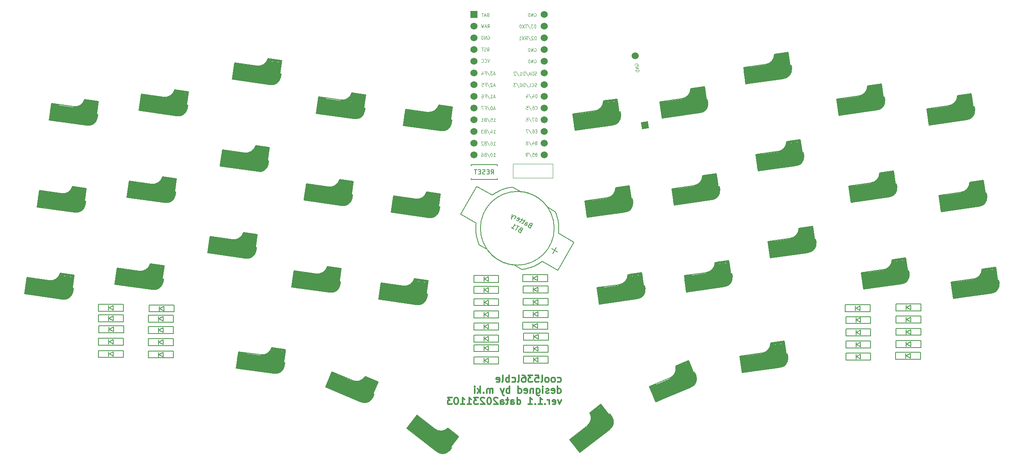
<source format=gbr>
G04 #@! TF.GenerationSoftware,KiCad,Pcbnew,7.0.8*
G04 #@! TF.CreationDate,2023-11-03T07:49:20+09:00*
G04 #@! TF.ProjectId,cool536lcble,636f6f6c-3533-4366-9c63-626c652e6b69,rev?*
G04 #@! TF.SameCoordinates,Original*
G04 #@! TF.FileFunction,Legend,Bot*
G04 #@! TF.FilePolarity,Positive*
%FSLAX46Y46*%
G04 Gerber Fmt 4.6, Leading zero omitted, Abs format (unit mm)*
G04 Created by KiCad (PCBNEW 7.0.8) date 2023-11-03 07:49:20*
%MOMM*%
%LPD*%
G01*
G04 APERTURE LIST*
G04 Aperture macros list*
%AMRotRect*
0 Rectangle, with rotation*
0 The origin of the aperture is its center*
0 $1 length*
0 $2 width*
0 $3 Rotation angle, in degrees counterclockwise*
0 Add horizontal line*
21,1,$1,$2,0,0,$3*%
G04 Aperture macros list end*
%ADD10C,0.300000*%
%ADD11C,0.125000*%
%ADD12C,0.150000*%
%ADD13C,0.400000*%
%ADD14C,0.500000*%
%ADD15C,1.000000*%
%ADD16C,3.500000*%
%ADD17C,3.000000*%
%ADD18C,0.800000*%
%ADD19C,0.200000*%
%ADD20C,0.120000*%
%ADD21C,1.524000*%
%ADD22R,1.524000X1.524000*%
%ADD23RotRect,1.524000X1.524000X98.000000*%
G04 APERTURE END LIST*
D10*
X166542632Y-236239400D02*
X166685489Y-236310828D01*
X166685489Y-236310828D02*
X166971203Y-236310828D01*
X166971203Y-236310828D02*
X167114060Y-236239400D01*
X167114060Y-236239400D02*
X167185489Y-236167971D01*
X167185489Y-236167971D02*
X167256917Y-236025114D01*
X167256917Y-236025114D02*
X167256917Y-235596542D01*
X167256917Y-235596542D02*
X167185489Y-235453685D01*
X167185489Y-235453685D02*
X167114060Y-235382257D01*
X167114060Y-235382257D02*
X166971203Y-235310828D01*
X166971203Y-235310828D02*
X166685489Y-235310828D01*
X166685489Y-235310828D02*
X166542632Y-235382257D01*
X165685489Y-236310828D02*
X165828346Y-236239400D01*
X165828346Y-236239400D02*
X165899775Y-236167971D01*
X165899775Y-236167971D02*
X165971203Y-236025114D01*
X165971203Y-236025114D02*
X165971203Y-235596542D01*
X165971203Y-235596542D02*
X165899775Y-235453685D01*
X165899775Y-235453685D02*
X165828346Y-235382257D01*
X165828346Y-235382257D02*
X165685489Y-235310828D01*
X165685489Y-235310828D02*
X165471203Y-235310828D01*
X165471203Y-235310828D02*
X165328346Y-235382257D01*
X165328346Y-235382257D02*
X165256918Y-235453685D01*
X165256918Y-235453685D02*
X165185489Y-235596542D01*
X165185489Y-235596542D02*
X165185489Y-236025114D01*
X165185489Y-236025114D02*
X165256918Y-236167971D01*
X165256918Y-236167971D02*
X165328346Y-236239400D01*
X165328346Y-236239400D02*
X165471203Y-236310828D01*
X165471203Y-236310828D02*
X165685489Y-236310828D01*
X164328346Y-236310828D02*
X164471203Y-236239400D01*
X164471203Y-236239400D02*
X164542632Y-236167971D01*
X164542632Y-236167971D02*
X164614060Y-236025114D01*
X164614060Y-236025114D02*
X164614060Y-235596542D01*
X164614060Y-235596542D02*
X164542632Y-235453685D01*
X164542632Y-235453685D02*
X164471203Y-235382257D01*
X164471203Y-235382257D02*
X164328346Y-235310828D01*
X164328346Y-235310828D02*
X164114060Y-235310828D01*
X164114060Y-235310828D02*
X163971203Y-235382257D01*
X163971203Y-235382257D02*
X163899775Y-235453685D01*
X163899775Y-235453685D02*
X163828346Y-235596542D01*
X163828346Y-235596542D02*
X163828346Y-236025114D01*
X163828346Y-236025114D02*
X163899775Y-236167971D01*
X163899775Y-236167971D02*
X163971203Y-236239400D01*
X163971203Y-236239400D02*
X164114060Y-236310828D01*
X164114060Y-236310828D02*
X164328346Y-236310828D01*
X162971203Y-236310828D02*
X163114060Y-236239400D01*
X163114060Y-236239400D02*
X163185489Y-236096542D01*
X163185489Y-236096542D02*
X163185489Y-234810828D01*
X161685489Y-234810828D02*
X162399775Y-234810828D01*
X162399775Y-234810828D02*
X162471203Y-235525114D01*
X162471203Y-235525114D02*
X162399775Y-235453685D01*
X162399775Y-235453685D02*
X162256918Y-235382257D01*
X162256918Y-235382257D02*
X161899775Y-235382257D01*
X161899775Y-235382257D02*
X161756918Y-235453685D01*
X161756918Y-235453685D02*
X161685489Y-235525114D01*
X161685489Y-235525114D02*
X161614060Y-235667971D01*
X161614060Y-235667971D02*
X161614060Y-236025114D01*
X161614060Y-236025114D02*
X161685489Y-236167971D01*
X161685489Y-236167971D02*
X161756918Y-236239400D01*
X161756918Y-236239400D02*
X161899775Y-236310828D01*
X161899775Y-236310828D02*
X162256918Y-236310828D01*
X162256918Y-236310828D02*
X162399775Y-236239400D01*
X162399775Y-236239400D02*
X162471203Y-236167971D01*
X161114061Y-234810828D02*
X160185489Y-234810828D01*
X160185489Y-234810828D02*
X160685489Y-235382257D01*
X160685489Y-235382257D02*
X160471204Y-235382257D01*
X160471204Y-235382257D02*
X160328347Y-235453685D01*
X160328347Y-235453685D02*
X160256918Y-235525114D01*
X160256918Y-235525114D02*
X160185489Y-235667971D01*
X160185489Y-235667971D02*
X160185489Y-236025114D01*
X160185489Y-236025114D02*
X160256918Y-236167971D01*
X160256918Y-236167971D02*
X160328347Y-236239400D01*
X160328347Y-236239400D02*
X160471204Y-236310828D01*
X160471204Y-236310828D02*
X160899775Y-236310828D01*
X160899775Y-236310828D02*
X161042632Y-236239400D01*
X161042632Y-236239400D02*
X161114061Y-236167971D01*
X158899776Y-234810828D02*
X159185490Y-234810828D01*
X159185490Y-234810828D02*
X159328347Y-234882257D01*
X159328347Y-234882257D02*
X159399776Y-234953685D01*
X159399776Y-234953685D02*
X159542633Y-235167971D01*
X159542633Y-235167971D02*
X159614061Y-235453685D01*
X159614061Y-235453685D02*
X159614061Y-236025114D01*
X159614061Y-236025114D02*
X159542633Y-236167971D01*
X159542633Y-236167971D02*
X159471204Y-236239400D01*
X159471204Y-236239400D02*
X159328347Y-236310828D01*
X159328347Y-236310828D02*
X159042633Y-236310828D01*
X159042633Y-236310828D02*
X158899776Y-236239400D01*
X158899776Y-236239400D02*
X158828347Y-236167971D01*
X158828347Y-236167971D02*
X158756918Y-236025114D01*
X158756918Y-236025114D02*
X158756918Y-235667971D01*
X158756918Y-235667971D02*
X158828347Y-235525114D01*
X158828347Y-235525114D02*
X158899776Y-235453685D01*
X158899776Y-235453685D02*
X159042633Y-235382257D01*
X159042633Y-235382257D02*
X159328347Y-235382257D01*
X159328347Y-235382257D02*
X159471204Y-235453685D01*
X159471204Y-235453685D02*
X159542633Y-235525114D01*
X159542633Y-235525114D02*
X159614061Y-235667971D01*
X157899776Y-236310828D02*
X158042633Y-236239400D01*
X158042633Y-236239400D02*
X158114062Y-236096542D01*
X158114062Y-236096542D02*
X158114062Y-234810828D01*
X156685491Y-236239400D02*
X156828348Y-236310828D01*
X156828348Y-236310828D02*
X157114062Y-236310828D01*
X157114062Y-236310828D02*
X157256919Y-236239400D01*
X157256919Y-236239400D02*
X157328348Y-236167971D01*
X157328348Y-236167971D02*
X157399776Y-236025114D01*
X157399776Y-236025114D02*
X157399776Y-235596542D01*
X157399776Y-235596542D02*
X157328348Y-235453685D01*
X157328348Y-235453685D02*
X157256919Y-235382257D01*
X157256919Y-235382257D02*
X157114062Y-235310828D01*
X157114062Y-235310828D02*
X156828348Y-235310828D01*
X156828348Y-235310828D02*
X156685491Y-235382257D01*
X156042634Y-236310828D02*
X156042634Y-234810828D01*
X156042634Y-235382257D02*
X155899777Y-235310828D01*
X155899777Y-235310828D02*
X155614062Y-235310828D01*
X155614062Y-235310828D02*
X155471205Y-235382257D01*
X155471205Y-235382257D02*
X155399777Y-235453685D01*
X155399777Y-235453685D02*
X155328348Y-235596542D01*
X155328348Y-235596542D02*
X155328348Y-236025114D01*
X155328348Y-236025114D02*
X155399777Y-236167971D01*
X155399777Y-236167971D02*
X155471205Y-236239400D01*
X155471205Y-236239400D02*
X155614062Y-236310828D01*
X155614062Y-236310828D02*
X155899777Y-236310828D01*
X155899777Y-236310828D02*
X156042634Y-236239400D01*
X154471205Y-236310828D02*
X154614062Y-236239400D01*
X154614062Y-236239400D02*
X154685491Y-236096542D01*
X154685491Y-236096542D02*
X154685491Y-234810828D01*
X153328348Y-236239400D02*
X153471205Y-236310828D01*
X153471205Y-236310828D02*
X153756920Y-236310828D01*
X153756920Y-236310828D02*
X153899777Y-236239400D01*
X153899777Y-236239400D02*
X153971205Y-236096542D01*
X153971205Y-236096542D02*
X153971205Y-235525114D01*
X153971205Y-235525114D02*
X153899777Y-235382257D01*
X153899777Y-235382257D02*
X153756920Y-235310828D01*
X153756920Y-235310828D02*
X153471205Y-235310828D01*
X153471205Y-235310828D02*
X153328348Y-235382257D01*
X153328348Y-235382257D02*
X153256920Y-235525114D01*
X153256920Y-235525114D02*
X153256920Y-235667971D01*
X153256920Y-235667971D02*
X153971205Y-235810828D01*
X166542632Y-238725828D02*
X166542632Y-237225828D01*
X166542632Y-238654400D02*
X166685489Y-238725828D01*
X166685489Y-238725828D02*
X166971203Y-238725828D01*
X166971203Y-238725828D02*
X167114060Y-238654400D01*
X167114060Y-238654400D02*
X167185489Y-238582971D01*
X167185489Y-238582971D02*
X167256917Y-238440114D01*
X167256917Y-238440114D02*
X167256917Y-238011542D01*
X167256917Y-238011542D02*
X167185489Y-237868685D01*
X167185489Y-237868685D02*
X167114060Y-237797257D01*
X167114060Y-237797257D02*
X166971203Y-237725828D01*
X166971203Y-237725828D02*
X166685489Y-237725828D01*
X166685489Y-237725828D02*
X166542632Y-237797257D01*
X165256917Y-238654400D02*
X165399774Y-238725828D01*
X165399774Y-238725828D02*
X165685489Y-238725828D01*
X165685489Y-238725828D02*
X165828346Y-238654400D01*
X165828346Y-238654400D02*
X165899774Y-238511542D01*
X165899774Y-238511542D02*
X165899774Y-237940114D01*
X165899774Y-237940114D02*
X165828346Y-237797257D01*
X165828346Y-237797257D02*
X165685489Y-237725828D01*
X165685489Y-237725828D02*
X165399774Y-237725828D01*
X165399774Y-237725828D02*
X165256917Y-237797257D01*
X165256917Y-237797257D02*
X165185489Y-237940114D01*
X165185489Y-237940114D02*
X165185489Y-238082971D01*
X165185489Y-238082971D02*
X165899774Y-238225828D01*
X164614060Y-238654400D02*
X164471203Y-238725828D01*
X164471203Y-238725828D02*
X164185489Y-238725828D01*
X164185489Y-238725828D02*
X164042632Y-238654400D01*
X164042632Y-238654400D02*
X163971203Y-238511542D01*
X163971203Y-238511542D02*
X163971203Y-238440114D01*
X163971203Y-238440114D02*
X164042632Y-238297257D01*
X164042632Y-238297257D02*
X164185489Y-238225828D01*
X164185489Y-238225828D02*
X164399775Y-238225828D01*
X164399775Y-238225828D02*
X164542632Y-238154400D01*
X164542632Y-238154400D02*
X164614060Y-238011542D01*
X164614060Y-238011542D02*
X164614060Y-237940114D01*
X164614060Y-237940114D02*
X164542632Y-237797257D01*
X164542632Y-237797257D02*
X164399775Y-237725828D01*
X164399775Y-237725828D02*
X164185489Y-237725828D01*
X164185489Y-237725828D02*
X164042632Y-237797257D01*
X163328346Y-238725828D02*
X163328346Y-237725828D01*
X163328346Y-237225828D02*
X163399774Y-237297257D01*
X163399774Y-237297257D02*
X163328346Y-237368685D01*
X163328346Y-237368685D02*
X163256917Y-237297257D01*
X163256917Y-237297257D02*
X163328346Y-237225828D01*
X163328346Y-237225828D02*
X163328346Y-237368685D01*
X161971203Y-237725828D02*
X161971203Y-238940114D01*
X161971203Y-238940114D02*
X162042631Y-239082971D01*
X162042631Y-239082971D02*
X162114060Y-239154400D01*
X162114060Y-239154400D02*
X162256917Y-239225828D01*
X162256917Y-239225828D02*
X162471203Y-239225828D01*
X162471203Y-239225828D02*
X162614060Y-239154400D01*
X161971203Y-238654400D02*
X162114060Y-238725828D01*
X162114060Y-238725828D02*
X162399774Y-238725828D01*
X162399774Y-238725828D02*
X162542631Y-238654400D01*
X162542631Y-238654400D02*
X162614060Y-238582971D01*
X162614060Y-238582971D02*
X162685488Y-238440114D01*
X162685488Y-238440114D02*
X162685488Y-238011542D01*
X162685488Y-238011542D02*
X162614060Y-237868685D01*
X162614060Y-237868685D02*
X162542631Y-237797257D01*
X162542631Y-237797257D02*
X162399774Y-237725828D01*
X162399774Y-237725828D02*
X162114060Y-237725828D01*
X162114060Y-237725828D02*
X161971203Y-237797257D01*
X161256917Y-237725828D02*
X161256917Y-238725828D01*
X161256917Y-237868685D02*
X161185488Y-237797257D01*
X161185488Y-237797257D02*
X161042631Y-237725828D01*
X161042631Y-237725828D02*
X160828345Y-237725828D01*
X160828345Y-237725828D02*
X160685488Y-237797257D01*
X160685488Y-237797257D02*
X160614060Y-237940114D01*
X160614060Y-237940114D02*
X160614060Y-238725828D01*
X159328345Y-238654400D02*
X159471202Y-238725828D01*
X159471202Y-238725828D02*
X159756917Y-238725828D01*
X159756917Y-238725828D02*
X159899774Y-238654400D01*
X159899774Y-238654400D02*
X159971202Y-238511542D01*
X159971202Y-238511542D02*
X159971202Y-237940114D01*
X159971202Y-237940114D02*
X159899774Y-237797257D01*
X159899774Y-237797257D02*
X159756917Y-237725828D01*
X159756917Y-237725828D02*
X159471202Y-237725828D01*
X159471202Y-237725828D02*
X159328345Y-237797257D01*
X159328345Y-237797257D02*
X159256917Y-237940114D01*
X159256917Y-237940114D02*
X159256917Y-238082971D01*
X159256917Y-238082971D02*
X159971202Y-238225828D01*
X157971203Y-238725828D02*
X157971203Y-237225828D01*
X157971203Y-238654400D02*
X158114060Y-238725828D01*
X158114060Y-238725828D02*
X158399774Y-238725828D01*
X158399774Y-238725828D02*
X158542631Y-238654400D01*
X158542631Y-238654400D02*
X158614060Y-238582971D01*
X158614060Y-238582971D02*
X158685488Y-238440114D01*
X158685488Y-238440114D02*
X158685488Y-238011542D01*
X158685488Y-238011542D02*
X158614060Y-237868685D01*
X158614060Y-237868685D02*
X158542631Y-237797257D01*
X158542631Y-237797257D02*
X158399774Y-237725828D01*
X158399774Y-237725828D02*
X158114060Y-237725828D01*
X158114060Y-237725828D02*
X157971203Y-237797257D01*
X156114060Y-238725828D02*
X156114060Y-237225828D01*
X156114060Y-237797257D02*
X155971203Y-237725828D01*
X155971203Y-237725828D02*
X155685488Y-237725828D01*
X155685488Y-237725828D02*
X155542631Y-237797257D01*
X155542631Y-237797257D02*
X155471203Y-237868685D01*
X155471203Y-237868685D02*
X155399774Y-238011542D01*
X155399774Y-238011542D02*
X155399774Y-238440114D01*
X155399774Y-238440114D02*
X155471203Y-238582971D01*
X155471203Y-238582971D02*
X155542631Y-238654400D01*
X155542631Y-238654400D02*
X155685488Y-238725828D01*
X155685488Y-238725828D02*
X155971203Y-238725828D01*
X155971203Y-238725828D02*
X156114060Y-238654400D01*
X154899774Y-237725828D02*
X154542631Y-238725828D01*
X154185488Y-237725828D02*
X154542631Y-238725828D01*
X154542631Y-238725828D02*
X154685488Y-239082971D01*
X154685488Y-239082971D02*
X154756917Y-239154400D01*
X154756917Y-239154400D02*
X154899774Y-239225828D01*
X152471203Y-238725828D02*
X152471203Y-237725828D01*
X152471203Y-237868685D02*
X152399774Y-237797257D01*
X152399774Y-237797257D02*
X152256917Y-237725828D01*
X152256917Y-237725828D02*
X152042631Y-237725828D01*
X152042631Y-237725828D02*
X151899774Y-237797257D01*
X151899774Y-237797257D02*
X151828346Y-237940114D01*
X151828346Y-237940114D02*
X151828346Y-238725828D01*
X151828346Y-237940114D02*
X151756917Y-237797257D01*
X151756917Y-237797257D02*
X151614060Y-237725828D01*
X151614060Y-237725828D02*
X151399774Y-237725828D01*
X151399774Y-237725828D02*
X151256917Y-237797257D01*
X151256917Y-237797257D02*
X151185488Y-237940114D01*
X151185488Y-237940114D02*
X151185488Y-238725828D01*
X150471203Y-238582971D02*
X150399774Y-238654400D01*
X150399774Y-238654400D02*
X150471203Y-238725828D01*
X150471203Y-238725828D02*
X150542631Y-238654400D01*
X150542631Y-238654400D02*
X150471203Y-238582971D01*
X150471203Y-238582971D02*
X150471203Y-238725828D01*
X149756917Y-238725828D02*
X149756917Y-237225828D01*
X149614060Y-238154400D02*
X149185488Y-238725828D01*
X149185488Y-237725828D02*
X149756917Y-238297257D01*
X148542631Y-238725828D02*
X148542631Y-237725828D01*
X148542631Y-237225828D02*
X148614059Y-237297257D01*
X148614059Y-237297257D02*
X148542631Y-237368685D01*
X148542631Y-237368685D02*
X148471202Y-237297257D01*
X148471202Y-237297257D02*
X148542631Y-237225828D01*
X148542631Y-237225828D02*
X148542631Y-237368685D01*
X167328346Y-240140828D02*
X166971203Y-241140828D01*
X166971203Y-241140828D02*
X166614060Y-240140828D01*
X165471203Y-241069400D02*
X165614060Y-241140828D01*
X165614060Y-241140828D02*
X165899775Y-241140828D01*
X165899775Y-241140828D02*
X166042632Y-241069400D01*
X166042632Y-241069400D02*
X166114060Y-240926542D01*
X166114060Y-240926542D02*
X166114060Y-240355114D01*
X166114060Y-240355114D02*
X166042632Y-240212257D01*
X166042632Y-240212257D02*
X165899775Y-240140828D01*
X165899775Y-240140828D02*
X165614060Y-240140828D01*
X165614060Y-240140828D02*
X165471203Y-240212257D01*
X165471203Y-240212257D02*
X165399775Y-240355114D01*
X165399775Y-240355114D02*
X165399775Y-240497971D01*
X165399775Y-240497971D02*
X166114060Y-240640828D01*
X164756918Y-241140828D02*
X164756918Y-240140828D01*
X164756918Y-240426542D02*
X164685489Y-240283685D01*
X164685489Y-240283685D02*
X164614061Y-240212257D01*
X164614061Y-240212257D02*
X164471203Y-240140828D01*
X164471203Y-240140828D02*
X164328346Y-240140828D01*
X163828347Y-240997971D02*
X163756918Y-241069400D01*
X163756918Y-241069400D02*
X163828347Y-241140828D01*
X163828347Y-241140828D02*
X163899775Y-241069400D01*
X163899775Y-241069400D02*
X163828347Y-240997971D01*
X163828347Y-240997971D02*
X163828347Y-241140828D01*
X162328346Y-241140828D02*
X163185489Y-241140828D01*
X162756918Y-241140828D02*
X162756918Y-239640828D01*
X162756918Y-239640828D02*
X162899775Y-239855114D01*
X162899775Y-239855114D02*
X163042632Y-239997971D01*
X163042632Y-239997971D02*
X163185489Y-240069400D01*
X161685490Y-240997971D02*
X161614061Y-241069400D01*
X161614061Y-241069400D02*
X161685490Y-241140828D01*
X161685490Y-241140828D02*
X161756918Y-241069400D01*
X161756918Y-241069400D02*
X161685490Y-240997971D01*
X161685490Y-240997971D02*
X161685490Y-241140828D01*
X160185489Y-241140828D02*
X161042632Y-241140828D01*
X160614061Y-241140828D02*
X160614061Y-239640828D01*
X160614061Y-239640828D02*
X160756918Y-239855114D01*
X160756918Y-239855114D02*
X160899775Y-239997971D01*
X160899775Y-239997971D02*
X161042632Y-240069400D01*
X157756919Y-241140828D02*
X157756919Y-239640828D01*
X157756919Y-241069400D02*
X157899776Y-241140828D01*
X157899776Y-241140828D02*
X158185490Y-241140828D01*
X158185490Y-241140828D02*
X158328347Y-241069400D01*
X158328347Y-241069400D02*
X158399776Y-240997971D01*
X158399776Y-240997971D02*
X158471204Y-240855114D01*
X158471204Y-240855114D02*
X158471204Y-240426542D01*
X158471204Y-240426542D02*
X158399776Y-240283685D01*
X158399776Y-240283685D02*
X158328347Y-240212257D01*
X158328347Y-240212257D02*
X158185490Y-240140828D01*
X158185490Y-240140828D02*
X157899776Y-240140828D01*
X157899776Y-240140828D02*
X157756919Y-240212257D01*
X156399776Y-241140828D02*
X156399776Y-240355114D01*
X156399776Y-240355114D02*
X156471204Y-240212257D01*
X156471204Y-240212257D02*
X156614061Y-240140828D01*
X156614061Y-240140828D02*
X156899776Y-240140828D01*
X156899776Y-240140828D02*
X157042633Y-240212257D01*
X156399776Y-241069400D02*
X156542633Y-241140828D01*
X156542633Y-241140828D02*
X156899776Y-241140828D01*
X156899776Y-241140828D02*
X157042633Y-241069400D01*
X157042633Y-241069400D02*
X157114061Y-240926542D01*
X157114061Y-240926542D02*
X157114061Y-240783685D01*
X157114061Y-240783685D02*
X157042633Y-240640828D01*
X157042633Y-240640828D02*
X156899776Y-240569400D01*
X156899776Y-240569400D02*
X156542633Y-240569400D01*
X156542633Y-240569400D02*
X156399776Y-240497971D01*
X155899775Y-240140828D02*
X155328347Y-240140828D01*
X155685490Y-239640828D02*
X155685490Y-240926542D01*
X155685490Y-240926542D02*
X155614061Y-241069400D01*
X155614061Y-241069400D02*
X155471204Y-241140828D01*
X155471204Y-241140828D02*
X155328347Y-241140828D01*
X154185490Y-241140828D02*
X154185490Y-240355114D01*
X154185490Y-240355114D02*
X154256918Y-240212257D01*
X154256918Y-240212257D02*
X154399775Y-240140828D01*
X154399775Y-240140828D02*
X154685490Y-240140828D01*
X154685490Y-240140828D02*
X154828347Y-240212257D01*
X154185490Y-241069400D02*
X154328347Y-241140828D01*
X154328347Y-241140828D02*
X154685490Y-241140828D01*
X154685490Y-241140828D02*
X154828347Y-241069400D01*
X154828347Y-241069400D02*
X154899775Y-240926542D01*
X154899775Y-240926542D02*
X154899775Y-240783685D01*
X154899775Y-240783685D02*
X154828347Y-240640828D01*
X154828347Y-240640828D02*
X154685490Y-240569400D01*
X154685490Y-240569400D02*
X154328347Y-240569400D01*
X154328347Y-240569400D02*
X154185490Y-240497971D01*
X153542632Y-239783685D02*
X153471204Y-239712257D01*
X153471204Y-239712257D02*
X153328347Y-239640828D01*
X153328347Y-239640828D02*
X152971204Y-239640828D01*
X152971204Y-239640828D02*
X152828347Y-239712257D01*
X152828347Y-239712257D02*
X152756918Y-239783685D01*
X152756918Y-239783685D02*
X152685489Y-239926542D01*
X152685489Y-239926542D02*
X152685489Y-240069400D01*
X152685489Y-240069400D02*
X152756918Y-240283685D01*
X152756918Y-240283685D02*
X153614061Y-241140828D01*
X153614061Y-241140828D02*
X152685489Y-241140828D01*
X151756918Y-239640828D02*
X151614061Y-239640828D01*
X151614061Y-239640828D02*
X151471204Y-239712257D01*
X151471204Y-239712257D02*
X151399776Y-239783685D01*
X151399776Y-239783685D02*
X151328347Y-239926542D01*
X151328347Y-239926542D02*
X151256918Y-240212257D01*
X151256918Y-240212257D02*
X151256918Y-240569400D01*
X151256918Y-240569400D02*
X151328347Y-240855114D01*
X151328347Y-240855114D02*
X151399776Y-240997971D01*
X151399776Y-240997971D02*
X151471204Y-241069400D01*
X151471204Y-241069400D02*
X151614061Y-241140828D01*
X151614061Y-241140828D02*
X151756918Y-241140828D01*
X151756918Y-241140828D02*
X151899776Y-241069400D01*
X151899776Y-241069400D02*
X151971204Y-240997971D01*
X151971204Y-240997971D02*
X152042633Y-240855114D01*
X152042633Y-240855114D02*
X152114061Y-240569400D01*
X152114061Y-240569400D02*
X152114061Y-240212257D01*
X152114061Y-240212257D02*
X152042633Y-239926542D01*
X152042633Y-239926542D02*
X151971204Y-239783685D01*
X151971204Y-239783685D02*
X151899776Y-239712257D01*
X151899776Y-239712257D02*
X151756918Y-239640828D01*
X150685490Y-239783685D02*
X150614062Y-239712257D01*
X150614062Y-239712257D02*
X150471205Y-239640828D01*
X150471205Y-239640828D02*
X150114062Y-239640828D01*
X150114062Y-239640828D02*
X149971205Y-239712257D01*
X149971205Y-239712257D02*
X149899776Y-239783685D01*
X149899776Y-239783685D02*
X149828347Y-239926542D01*
X149828347Y-239926542D02*
X149828347Y-240069400D01*
X149828347Y-240069400D02*
X149899776Y-240283685D01*
X149899776Y-240283685D02*
X150756919Y-241140828D01*
X150756919Y-241140828D02*
X149828347Y-241140828D01*
X149328348Y-239640828D02*
X148399776Y-239640828D01*
X148399776Y-239640828D02*
X148899776Y-240212257D01*
X148899776Y-240212257D02*
X148685491Y-240212257D01*
X148685491Y-240212257D02*
X148542634Y-240283685D01*
X148542634Y-240283685D02*
X148471205Y-240355114D01*
X148471205Y-240355114D02*
X148399776Y-240497971D01*
X148399776Y-240497971D02*
X148399776Y-240855114D01*
X148399776Y-240855114D02*
X148471205Y-240997971D01*
X148471205Y-240997971D02*
X148542634Y-241069400D01*
X148542634Y-241069400D02*
X148685491Y-241140828D01*
X148685491Y-241140828D02*
X149114062Y-241140828D01*
X149114062Y-241140828D02*
X149256919Y-241069400D01*
X149256919Y-241069400D02*
X149328348Y-240997971D01*
X146971205Y-241140828D02*
X147828348Y-241140828D01*
X147399777Y-241140828D02*
X147399777Y-239640828D01*
X147399777Y-239640828D02*
X147542634Y-239855114D01*
X147542634Y-239855114D02*
X147685491Y-239997971D01*
X147685491Y-239997971D02*
X147828348Y-240069400D01*
X145542634Y-241140828D02*
X146399777Y-241140828D01*
X145971206Y-241140828D02*
X145971206Y-239640828D01*
X145971206Y-239640828D02*
X146114063Y-239855114D01*
X146114063Y-239855114D02*
X146256920Y-239997971D01*
X146256920Y-239997971D02*
X146399777Y-240069400D01*
X144614063Y-239640828D02*
X144471206Y-239640828D01*
X144471206Y-239640828D02*
X144328349Y-239712257D01*
X144328349Y-239712257D02*
X144256921Y-239783685D01*
X144256921Y-239783685D02*
X144185492Y-239926542D01*
X144185492Y-239926542D02*
X144114063Y-240212257D01*
X144114063Y-240212257D02*
X144114063Y-240569400D01*
X144114063Y-240569400D02*
X144185492Y-240855114D01*
X144185492Y-240855114D02*
X144256921Y-240997971D01*
X144256921Y-240997971D02*
X144328349Y-241069400D01*
X144328349Y-241069400D02*
X144471206Y-241140828D01*
X144471206Y-241140828D02*
X144614063Y-241140828D01*
X144614063Y-241140828D02*
X144756921Y-241069400D01*
X144756921Y-241069400D02*
X144828349Y-240997971D01*
X144828349Y-240997971D02*
X144899778Y-240855114D01*
X144899778Y-240855114D02*
X144971206Y-240569400D01*
X144971206Y-240569400D02*
X144971206Y-240212257D01*
X144971206Y-240212257D02*
X144899778Y-239926542D01*
X144899778Y-239926542D02*
X144828349Y-239783685D01*
X144828349Y-239783685D02*
X144756921Y-239712257D01*
X144756921Y-239712257D02*
X144614063Y-239640828D01*
X143614064Y-239640828D02*
X142685492Y-239640828D01*
X142685492Y-239640828D02*
X143185492Y-240212257D01*
X143185492Y-240212257D02*
X142971207Y-240212257D01*
X142971207Y-240212257D02*
X142828350Y-240283685D01*
X142828350Y-240283685D02*
X142756921Y-240355114D01*
X142756921Y-240355114D02*
X142685492Y-240497971D01*
X142685492Y-240497971D02*
X142685492Y-240855114D01*
X142685492Y-240855114D02*
X142756921Y-240997971D01*
X142756921Y-240997971D02*
X142828350Y-241069400D01*
X142828350Y-241069400D02*
X142971207Y-241140828D01*
X142971207Y-241140828D02*
X143399778Y-241140828D01*
X143399778Y-241140828D02*
X143542635Y-241069400D01*
X143542635Y-241069400D02*
X143614064Y-240997971D01*
D11*
X161524075Y-166334178D02*
X161587885Y-166298464D01*
X161587885Y-166298464D02*
X161683599Y-166298464D01*
X161683599Y-166298464D02*
X161779313Y-166334178D01*
X161779313Y-166334178D02*
X161843123Y-166405607D01*
X161843123Y-166405607D02*
X161875028Y-166477035D01*
X161875028Y-166477035D02*
X161906932Y-166619892D01*
X161906932Y-166619892D02*
X161906932Y-166727035D01*
X161906932Y-166727035D02*
X161875028Y-166869892D01*
X161875028Y-166869892D02*
X161843123Y-166941321D01*
X161843123Y-166941321D02*
X161779313Y-167012750D01*
X161779313Y-167012750D02*
X161683599Y-167048464D01*
X161683599Y-167048464D02*
X161619790Y-167048464D01*
X161619790Y-167048464D02*
X161524075Y-167012750D01*
X161524075Y-167012750D02*
X161492171Y-166977035D01*
X161492171Y-166977035D02*
X161492171Y-166727035D01*
X161492171Y-166727035D02*
X161619790Y-166727035D01*
X161205028Y-167048464D02*
X161205028Y-166298464D01*
X161205028Y-166298464D02*
X160822171Y-167048464D01*
X160822171Y-167048464D02*
X160822171Y-166298464D01*
X160503123Y-167048464D02*
X160503123Y-166298464D01*
X160503123Y-166298464D02*
X160343599Y-166298464D01*
X160343599Y-166298464D02*
X160247885Y-166334178D01*
X160247885Y-166334178D02*
X160184075Y-166405607D01*
X160184075Y-166405607D02*
X160152170Y-166477035D01*
X160152170Y-166477035D02*
X160120266Y-166619892D01*
X160120266Y-166619892D02*
X160120266Y-166727035D01*
X160120266Y-166727035D02*
X160152170Y-166869892D01*
X160152170Y-166869892D02*
X160184075Y-166941321D01*
X160184075Y-166941321D02*
X160247885Y-167012750D01*
X160247885Y-167012750D02*
X160343599Y-167048464D01*
X160343599Y-167048464D02*
X160503123Y-167048464D01*
X152626218Y-179748464D02*
X153009075Y-179748464D01*
X152817647Y-179748464D02*
X152817647Y-178998464D01*
X152817647Y-178998464D02*
X152881456Y-179105607D01*
X152881456Y-179105607D02*
X152945266Y-179177035D01*
X152945266Y-179177035D02*
X153009075Y-179212750D01*
X152020028Y-178998464D02*
X152339076Y-178998464D01*
X152339076Y-178998464D02*
X152370980Y-179355607D01*
X152370980Y-179355607D02*
X152339076Y-179319892D01*
X152339076Y-179319892D02*
X152275266Y-179284178D01*
X152275266Y-179284178D02*
X152115742Y-179284178D01*
X152115742Y-179284178D02*
X152051933Y-179319892D01*
X152051933Y-179319892D02*
X152020028Y-179355607D01*
X152020028Y-179355607D02*
X151988123Y-179427035D01*
X151988123Y-179427035D02*
X151988123Y-179605607D01*
X151988123Y-179605607D02*
X152020028Y-179677035D01*
X152020028Y-179677035D02*
X152051933Y-179712750D01*
X152051933Y-179712750D02*
X152115742Y-179748464D01*
X152115742Y-179748464D02*
X152275266Y-179748464D01*
X152275266Y-179748464D02*
X152339076Y-179712750D01*
X152339076Y-179712750D02*
X152370980Y-179677035D01*
X151222409Y-178962750D02*
X151796695Y-179927035D01*
X150775742Y-179355607D02*
X150680028Y-179391321D01*
X150680028Y-179391321D02*
X150648123Y-179427035D01*
X150648123Y-179427035D02*
X150616219Y-179498464D01*
X150616219Y-179498464D02*
X150616219Y-179605607D01*
X150616219Y-179605607D02*
X150648123Y-179677035D01*
X150648123Y-179677035D02*
X150680028Y-179712750D01*
X150680028Y-179712750D02*
X150743838Y-179748464D01*
X150743838Y-179748464D02*
X150999076Y-179748464D01*
X150999076Y-179748464D02*
X150999076Y-178998464D01*
X150999076Y-178998464D02*
X150775742Y-178998464D01*
X150775742Y-178998464D02*
X150711933Y-179034178D01*
X150711933Y-179034178D02*
X150680028Y-179069892D01*
X150680028Y-179069892D02*
X150648123Y-179141321D01*
X150648123Y-179141321D02*
X150648123Y-179212750D01*
X150648123Y-179212750D02*
X150680028Y-179284178D01*
X150680028Y-179284178D02*
X150711933Y-179319892D01*
X150711933Y-179319892D02*
X150775742Y-179355607D01*
X150775742Y-179355607D02*
X150999076Y-179355607D01*
X149978123Y-179748464D02*
X150360980Y-179748464D01*
X150169552Y-179748464D02*
X150169552Y-178998464D01*
X150169552Y-178998464D02*
X150233361Y-179105607D01*
X150233361Y-179105607D02*
X150297171Y-179177035D01*
X150297171Y-179177035D02*
X150360980Y-179212750D01*
X151368123Y-156585607D02*
X151272409Y-156621321D01*
X151272409Y-156621321D02*
X151240504Y-156657035D01*
X151240504Y-156657035D02*
X151208600Y-156728464D01*
X151208600Y-156728464D02*
X151208600Y-156835607D01*
X151208600Y-156835607D02*
X151240504Y-156907035D01*
X151240504Y-156907035D02*
X151272409Y-156942750D01*
X151272409Y-156942750D02*
X151336219Y-156978464D01*
X151336219Y-156978464D02*
X151591457Y-156978464D01*
X151591457Y-156978464D02*
X151591457Y-156228464D01*
X151591457Y-156228464D02*
X151368123Y-156228464D01*
X151368123Y-156228464D02*
X151304314Y-156264178D01*
X151304314Y-156264178D02*
X151272409Y-156299892D01*
X151272409Y-156299892D02*
X151240504Y-156371321D01*
X151240504Y-156371321D02*
X151240504Y-156442750D01*
X151240504Y-156442750D02*
X151272409Y-156514178D01*
X151272409Y-156514178D02*
X151304314Y-156549892D01*
X151304314Y-156549892D02*
X151368123Y-156585607D01*
X151368123Y-156585607D02*
X151591457Y-156585607D01*
X150953361Y-156764178D02*
X150634314Y-156764178D01*
X151017171Y-156978464D02*
X150793838Y-156228464D01*
X150793838Y-156228464D02*
X150570504Y-156978464D01*
X150442885Y-156228464D02*
X150060028Y-156228464D01*
X150251456Y-156978464D02*
X150251456Y-156228464D01*
X161977170Y-169662750D02*
X161881456Y-169698464D01*
X161881456Y-169698464D02*
X161721932Y-169698464D01*
X161721932Y-169698464D02*
X161658123Y-169662750D01*
X161658123Y-169662750D02*
X161626218Y-169627035D01*
X161626218Y-169627035D02*
X161594313Y-169555607D01*
X161594313Y-169555607D02*
X161594313Y-169484178D01*
X161594313Y-169484178D02*
X161626218Y-169412750D01*
X161626218Y-169412750D02*
X161658123Y-169377035D01*
X161658123Y-169377035D02*
X161721932Y-169341321D01*
X161721932Y-169341321D02*
X161849551Y-169305607D01*
X161849551Y-169305607D02*
X161913361Y-169269892D01*
X161913361Y-169269892D02*
X161945266Y-169234178D01*
X161945266Y-169234178D02*
X161977170Y-169162750D01*
X161977170Y-169162750D02*
X161977170Y-169091321D01*
X161977170Y-169091321D02*
X161945266Y-169019892D01*
X161945266Y-169019892D02*
X161913361Y-168984178D01*
X161913361Y-168984178D02*
X161849551Y-168948464D01*
X161849551Y-168948464D02*
X161690028Y-168948464D01*
X161690028Y-168948464D02*
X161594313Y-168984178D01*
X161307171Y-169698464D02*
X161307171Y-168948464D01*
X161307171Y-168948464D02*
X161147647Y-168948464D01*
X161147647Y-168948464D02*
X161051933Y-168984178D01*
X161051933Y-168984178D02*
X160988123Y-169055607D01*
X160988123Y-169055607D02*
X160956218Y-169127035D01*
X160956218Y-169127035D02*
X160924314Y-169269892D01*
X160924314Y-169269892D02*
X160924314Y-169377035D01*
X160924314Y-169377035D02*
X160956218Y-169519892D01*
X160956218Y-169519892D02*
X160988123Y-169591321D01*
X160988123Y-169591321D02*
X161051933Y-169662750D01*
X161051933Y-169662750D02*
X161147647Y-169698464D01*
X161147647Y-169698464D02*
X161307171Y-169698464D01*
X160669075Y-169484178D02*
X160350028Y-169484178D01*
X160732885Y-169698464D02*
X160509552Y-168948464D01*
X160509552Y-168948464D02*
X160286218Y-169698464D01*
X159584313Y-168912750D02*
X160158599Y-169877035D01*
X159360980Y-169698464D02*
X159360980Y-168948464D01*
X159360980Y-168948464D02*
X159201456Y-168948464D01*
X159201456Y-168948464D02*
X159105742Y-168984178D01*
X159105742Y-168984178D02*
X159041932Y-169055607D01*
X159041932Y-169055607D02*
X159010027Y-169127035D01*
X159010027Y-169127035D02*
X158978123Y-169269892D01*
X158978123Y-169269892D02*
X158978123Y-169377035D01*
X158978123Y-169377035D02*
X159010027Y-169519892D01*
X159010027Y-169519892D02*
X159041932Y-169591321D01*
X159041932Y-169591321D02*
X159105742Y-169662750D01*
X159105742Y-169662750D02*
X159201456Y-169698464D01*
X159201456Y-169698464D02*
X159360980Y-169698464D01*
X158340027Y-169698464D02*
X158722884Y-169698464D01*
X158531456Y-169698464D02*
X158531456Y-168948464D01*
X158531456Y-168948464D02*
X158595265Y-169055607D01*
X158595265Y-169055607D02*
X158659075Y-169127035D01*
X158659075Y-169127035D02*
X158722884Y-169162750D01*
X157574313Y-168912750D02*
X158148599Y-169877035D01*
X157382884Y-169019892D02*
X157350980Y-168984178D01*
X157350980Y-168984178D02*
X157287170Y-168948464D01*
X157287170Y-168948464D02*
X157127646Y-168948464D01*
X157127646Y-168948464D02*
X157063837Y-168984178D01*
X157063837Y-168984178D02*
X157031932Y-169019892D01*
X157031932Y-169019892D02*
X157000027Y-169091321D01*
X157000027Y-169091321D02*
X157000027Y-169162750D01*
X157000027Y-169162750D02*
X157031932Y-169269892D01*
X157031932Y-169269892D02*
X157414789Y-169698464D01*
X157414789Y-169698464D02*
X157000027Y-169698464D01*
X161819789Y-184405607D02*
X161724075Y-184441321D01*
X161724075Y-184441321D02*
X161692170Y-184477035D01*
X161692170Y-184477035D02*
X161660266Y-184548464D01*
X161660266Y-184548464D02*
X161660266Y-184655607D01*
X161660266Y-184655607D02*
X161692170Y-184727035D01*
X161692170Y-184727035D02*
X161724075Y-184762750D01*
X161724075Y-184762750D02*
X161787885Y-184798464D01*
X161787885Y-184798464D02*
X162043123Y-184798464D01*
X162043123Y-184798464D02*
X162043123Y-184048464D01*
X162043123Y-184048464D02*
X161819789Y-184048464D01*
X161819789Y-184048464D02*
X161755980Y-184084178D01*
X161755980Y-184084178D02*
X161724075Y-184119892D01*
X161724075Y-184119892D02*
X161692170Y-184191321D01*
X161692170Y-184191321D02*
X161692170Y-184262750D01*
X161692170Y-184262750D02*
X161724075Y-184334178D01*
X161724075Y-184334178D02*
X161755980Y-184369892D01*
X161755980Y-184369892D02*
X161819789Y-184405607D01*
X161819789Y-184405607D02*
X162043123Y-184405607D01*
X161085980Y-184298464D02*
X161085980Y-184798464D01*
X161245504Y-184012750D02*
X161405027Y-184548464D01*
X161405027Y-184548464D02*
X160990266Y-184548464D01*
X160256456Y-184012750D02*
X160830742Y-184977035D01*
X159937408Y-184369892D02*
X160001218Y-184334178D01*
X160001218Y-184334178D02*
X160033123Y-184298464D01*
X160033123Y-184298464D02*
X160065027Y-184227035D01*
X160065027Y-184227035D02*
X160065027Y-184191321D01*
X160065027Y-184191321D02*
X160033123Y-184119892D01*
X160033123Y-184119892D02*
X160001218Y-184084178D01*
X160001218Y-184084178D02*
X159937408Y-184048464D01*
X159937408Y-184048464D02*
X159809789Y-184048464D01*
X159809789Y-184048464D02*
X159745980Y-184084178D01*
X159745980Y-184084178D02*
X159714075Y-184119892D01*
X159714075Y-184119892D02*
X159682170Y-184191321D01*
X159682170Y-184191321D02*
X159682170Y-184227035D01*
X159682170Y-184227035D02*
X159714075Y-184298464D01*
X159714075Y-184298464D02*
X159745980Y-184334178D01*
X159745980Y-184334178D02*
X159809789Y-184369892D01*
X159809789Y-184369892D02*
X159937408Y-184369892D01*
X159937408Y-184369892D02*
X160001218Y-184405607D01*
X160001218Y-184405607D02*
X160033123Y-184441321D01*
X160033123Y-184441321D02*
X160065027Y-184512750D01*
X160065027Y-184512750D02*
X160065027Y-184655607D01*
X160065027Y-184655607D02*
X160033123Y-184727035D01*
X160033123Y-184727035D02*
X160001218Y-184762750D01*
X160001218Y-184762750D02*
X159937408Y-184798464D01*
X159937408Y-184798464D02*
X159809789Y-184798464D01*
X159809789Y-184798464D02*
X159745980Y-184762750D01*
X159745980Y-184762750D02*
X159714075Y-184727035D01*
X159714075Y-184727035D02*
X159682170Y-184655607D01*
X159682170Y-184655607D02*
X159682170Y-184512750D01*
X159682170Y-184512750D02*
X159714075Y-184441321D01*
X159714075Y-184441321D02*
X159745980Y-184405607D01*
X159745980Y-184405607D02*
X159809789Y-184369892D01*
X152626218Y-187348464D02*
X153009075Y-187348464D01*
X152817647Y-187348464D02*
X152817647Y-186598464D01*
X152817647Y-186598464D02*
X152881456Y-186705607D01*
X152881456Y-186705607D02*
X152945266Y-186777035D01*
X152945266Y-186777035D02*
X153009075Y-186812750D01*
X152211457Y-186598464D02*
X152147647Y-186598464D01*
X152147647Y-186598464D02*
X152083838Y-186634178D01*
X152083838Y-186634178D02*
X152051933Y-186669892D01*
X152051933Y-186669892D02*
X152020028Y-186741321D01*
X152020028Y-186741321D02*
X151988123Y-186884178D01*
X151988123Y-186884178D02*
X151988123Y-187062750D01*
X151988123Y-187062750D02*
X152020028Y-187205607D01*
X152020028Y-187205607D02*
X152051933Y-187277035D01*
X152051933Y-187277035D02*
X152083838Y-187312750D01*
X152083838Y-187312750D02*
X152147647Y-187348464D01*
X152147647Y-187348464D02*
X152211457Y-187348464D01*
X152211457Y-187348464D02*
X152275266Y-187312750D01*
X152275266Y-187312750D02*
X152307171Y-187277035D01*
X152307171Y-187277035D02*
X152339076Y-187205607D01*
X152339076Y-187205607D02*
X152370980Y-187062750D01*
X152370980Y-187062750D02*
X152370980Y-186884178D01*
X152370980Y-186884178D02*
X152339076Y-186741321D01*
X152339076Y-186741321D02*
X152307171Y-186669892D01*
X152307171Y-186669892D02*
X152275266Y-186634178D01*
X152275266Y-186634178D02*
X152211457Y-186598464D01*
X151222409Y-186562750D02*
X151796695Y-187527035D01*
X150775742Y-186955607D02*
X150680028Y-186991321D01*
X150680028Y-186991321D02*
X150648123Y-187027035D01*
X150648123Y-187027035D02*
X150616219Y-187098464D01*
X150616219Y-187098464D02*
X150616219Y-187205607D01*
X150616219Y-187205607D02*
X150648123Y-187277035D01*
X150648123Y-187277035D02*
X150680028Y-187312750D01*
X150680028Y-187312750D02*
X150743838Y-187348464D01*
X150743838Y-187348464D02*
X150999076Y-187348464D01*
X150999076Y-187348464D02*
X150999076Y-186598464D01*
X150999076Y-186598464D02*
X150775742Y-186598464D01*
X150775742Y-186598464D02*
X150711933Y-186634178D01*
X150711933Y-186634178D02*
X150680028Y-186669892D01*
X150680028Y-186669892D02*
X150648123Y-186741321D01*
X150648123Y-186741321D02*
X150648123Y-186812750D01*
X150648123Y-186812750D02*
X150680028Y-186884178D01*
X150680028Y-186884178D02*
X150711933Y-186919892D01*
X150711933Y-186919892D02*
X150775742Y-186955607D01*
X150775742Y-186955607D02*
X150999076Y-186955607D01*
X150041933Y-186598464D02*
X150169552Y-186598464D01*
X150169552Y-186598464D02*
X150233361Y-186634178D01*
X150233361Y-186634178D02*
X150265266Y-186669892D01*
X150265266Y-186669892D02*
X150329076Y-186777035D01*
X150329076Y-186777035D02*
X150360980Y-186919892D01*
X150360980Y-186919892D02*
X150360980Y-187205607D01*
X150360980Y-187205607D02*
X150329076Y-187277035D01*
X150329076Y-187277035D02*
X150297171Y-187312750D01*
X150297171Y-187312750D02*
X150233361Y-187348464D01*
X150233361Y-187348464D02*
X150105742Y-187348464D01*
X150105742Y-187348464D02*
X150041933Y-187312750D01*
X150041933Y-187312750D02*
X150010028Y-187277035D01*
X150010028Y-187277035D02*
X149978123Y-187205607D01*
X149978123Y-187205607D02*
X149978123Y-187027035D01*
X149978123Y-187027035D02*
X150010028Y-186955607D01*
X150010028Y-186955607D02*
X150041933Y-186919892D01*
X150041933Y-186919892D02*
X150105742Y-186884178D01*
X150105742Y-186884178D02*
X150233361Y-186884178D01*
X150233361Y-186884178D02*
X150297171Y-186919892D01*
X150297171Y-186919892D02*
X150329076Y-186955607D01*
X150329076Y-186955607D02*
X150360980Y-187027035D01*
X152626218Y-184848464D02*
X153009075Y-184848464D01*
X152817647Y-184848464D02*
X152817647Y-184098464D01*
X152817647Y-184098464D02*
X152881456Y-184205607D01*
X152881456Y-184205607D02*
X152945266Y-184277035D01*
X152945266Y-184277035D02*
X153009075Y-184312750D01*
X152051933Y-184098464D02*
X152179552Y-184098464D01*
X152179552Y-184098464D02*
X152243361Y-184134178D01*
X152243361Y-184134178D02*
X152275266Y-184169892D01*
X152275266Y-184169892D02*
X152339076Y-184277035D01*
X152339076Y-184277035D02*
X152370980Y-184419892D01*
X152370980Y-184419892D02*
X152370980Y-184705607D01*
X152370980Y-184705607D02*
X152339076Y-184777035D01*
X152339076Y-184777035D02*
X152307171Y-184812750D01*
X152307171Y-184812750D02*
X152243361Y-184848464D01*
X152243361Y-184848464D02*
X152115742Y-184848464D01*
X152115742Y-184848464D02*
X152051933Y-184812750D01*
X152051933Y-184812750D02*
X152020028Y-184777035D01*
X152020028Y-184777035D02*
X151988123Y-184705607D01*
X151988123Y-184705607D02*
X151988123Y-184527035D01*
X151988123Y-184527035D02*
X152020028Y-184455607D01*
X152020028Y-184455607D02*
X152051933Y-184419892D01*
X152051933Y-184419892D02*
X152115742Y-184384178D01*
X152115742Y-184384178D02*
X152243361Y-184384178D01*
X152243361Y-184384178D02*
X152307171Y-184419892D01*
X152307171Y-184419892D02*
X152339076Y-184455607D01*
X152339076Y-184455607D02*
X152370980Y-184527035D01*
X151222409Y-184062750D02*
X151796695Y-185027035D01*
X150775742Y-184455607D02*
X150680028Y-184491321D01*
X150680028Y-184491321D02*
X150648123Y-184527035D01*
X150648123Y-184527035D02*
X150616219Y-184598464D01*
X150616219Y-184598464D02*
X150616219Y-184705607D01*
X150616219Y-184705607D02*
X150648123Y-184777035D01*
X150648123Y-184777035D02*
X150680028Y-184812750D01*
X150680028Y-184812750D02*
X150743838Y-184848464D01*
X150743838Y-184848464D02*
X150999076Y-184848464D01*
X150999076Y-184848464D02*
X150999076Y-184098464D01*
X150999076Y-184098464D02*
X150775742Y-184098464D01*
X150775742Y-184098464D02*
X150711933Y-184134178D01*
X150711933Y-184134178D02*
X150680028Y-184169892D01*
X150680028Y-184169892D02*
X150648123Y-184241321D01*
X150648123Y-184241321D02*
X150648123Y-184312750D01*
X150648123Y-184312750D02*
X150680028Y-184384178D01*
X150680028Y-184384178D02*
X150711933Y-184419892D01*
X150711933Y-184419892D02*
X150775742Y-184455607D01*
X150775742Y-184455607D02*
X150999076Y-184455607D01*
X150360980Y-184169892D02*
X150329076Y-184134178D01*
X150329076Y-184134178D02*
X150265266Y-184098464D01*
X150265266Y-184098464D02*
X150105742Y-184098464D01*
X150105742Y-184098464D02*
X150041933Y-184134178D01*
X150041933Y-184134178D02*
X150010028Y-184169892D01*
X150010028Y-184169892D02*
X149978123Y-184241321D01*
X149978123Y-184241321D02*
X149978123Y-184312750D01*
X149978123Y-184312750D02*
X150010028Y-184419892D01*
X150010028Y-184419892D02*
X150392885Y-184848464D01*
X150392885Y-184848464D02*
X149978123Y-184848464D01*
X152929313Y-176984178D02*
X152610266Y-176984178D01*
X152993123Y-177198464D02*
X152769790Y-176448464D01*
X152769790Y-176448464D02*
X152546456Y-177198464D01*
X152195504Y-176448464D02*
X152131694Y-176448464D01*
X152131694Y-176448464D02*
X152067885Y-176484178D01*
X152067885Y-176484178D02*
X152035980Y-176519892D01*
X152035980Y-176519892D02*
X152004075Y-176591321D01*
X152004075Y-176591321D02*
X151972170Y-176734178D01*
X151972170Y-176734178D02*
X151972170Y-176912750D01*
X151972170Y-176912750D02*
X152004075Y-177055607D01*
X152004075Y-177055607D02*
X152035980Y-177127035D01*
X152035980Y-177127035D02*
X152067885Y-177162750D01*
X152067885Y-177162750D02*
X152131694Y-177198464D01*
X152131694Y-177198464D02*
X152195504Y-177198464D01*
X152195504Y-177198464D02*
X152259313Y-177162750D01*
X152259313Y-177162750D02*
X152291218Y-177127035D01*
X152291218Y-177127035D02*
X152323123Y-177055607D01*
X152323123Y-177055607D02*
X152355027Y-176912750D01*
X152355027Y-176912750D02*
X152355027Y-176734178D01*
X152355027Y-176734178D02*
X152323123Y-176591321D01*
X152323123Y-176591321D02*
X152291218Y-176519892D01*
X152291218Y-176519892D02*
X152259313Y-176484178D01*
X152259313Y-176484178D02*
X152195504Y-176448464D01*
X151206456Y-176412750D02*
X151780742Y-177377035D01*
X150759789Y-176805607D02*
X150983123Y-176805607D01*
X150983123Y-177198464D02*
X150983123Y-176448464D01*
X150983123Y-176448464D02*
X150664075Y-176448464D01*
X150472646Y-176448464D02*
X150025980Y-176448464D01*
X150025980Y-176448464D02*
X150313122Y-177198464D01*
X161524075Y-156264178D02*
X161587885Y-156228464D01*
X161587885Y-156228464D02*
X161683599Y-156228464D01*
X161683599Y-156228464D02*
X161779313Y-156264178D01*
X161779313Y-156264178D02*
X161843123Y-156335607D01*
X161843123Y-156335607D02*
X161875028Y-156407035D01*
X161875028Y-156407035D02*
X161906932Y-156549892D01*
X161906932Y-156549892D02*
X161906932Y-156657035D01*
X161906932Y-156657035D02*
X161875028Y-156799892D01*
X161875028Y-156799892D02*
X161843123Y-156871321D01*
X161843123Y-156871321D02*
X161779313Y-156942750D01*
X161779313Y-156942750D02*
X161683599Y-156978464D01*
X161683599Y-156978464D02*
X161619790Y-156978464D01*
X161619790Y-156978464D02*
X161524075Y-156942750D01*
X161524075Y-156942750D02*
X161492171Y-156907035D01*
X161492171Y-156907035D02*
X161492171Y-156657035D01*
X161492171Y-156657035D02*
X161619790Y-156657035D01*
X161205028Y-156978464D02*
X161205028Y-156228464D01*
X161205028Y-156228464D02*
X160822171Y-156978464D01*
X160822171Y-156978464D02*
X160822171Y-156228464D01*
X160503123Y-156978464D02*
X160503123Y-156228464D01*
X160503123Y-156228464D02*
X160343599Y-156228464D01*
X160343599Y-156228464D02*
X160247885Y-156264178D01*
X160247885Y-156264178D02*
X160184075Y-156335607D01*
X160184075Y-156335607D02*
X160152170Y-156407035D01*
X160152170Y-156407035D02*
X160120266Y-156549892D01*
X160120266Y-156549892D02*
X160120266Y-156657035D01*
X160120266Y-156657035D02*
X160152170Y-156799892D01*
X160152170Y-156799892D02*
X160184075Y-156871321D01*
X160184075Y-156871321D02*
X160247885Y-156942750D01*
X160247885Y-156942750D02*
X160343599Y-156978464D01*
X160343599Y-156978464D02*
X160503123Y-156978464D01*
X152929313Y-171934178D02*
X152610266Y-171934178D01*
X152993123Y-172148464D02*
X152769790Y-171398464D01*
X152769790Y-171398464D02*
X152546456Y-172148464D01*
X152355027Y-171469892D02*
X152323123Y-171434178D01*
X152323123Y-171434178D02*
X152259313Y-171398464D01*
X152259313Y-171398464D02*
X152099789Y-171398464D01*
X152099789Y-171398464D02*
X152035980Y-171434178D01*
X152035980Y-171434178D02*
X152004075Y-171469892D01*
X152004075Y-171469892D02*
X151972170Y-171541321D01*
X151972170Y-171541321D02*
X151972170Y-171612750D01*
X151972170Y-171612750D02*
X152004075Y-171719892D01*
X152004075Y-171719892D02*
X152386932Y-172148464D01*
X152386932Y-172148464D02*
X151972170Y-172148464D01*
X151206456Y-171362750D02*
X151780742Y-172327035D01*
X150759789Y-171755607D02*
X150983123Y-171755607D01*
X150983123Y-172148464D02*
X150983123Y-171398464D01*
X150983123Y-171398464D02*
X150664075Y-171398464D01*
X150089789Y-171398464D02*
X150408837Y-171398464D01*
X150408837Y-171398464D02*
X150440741Y-171755607D01*
X150440741Y-171755607D02*
X150408837Y-171719892D01*
X150408837Y-171719892D02*
X150345027Y-171684178D01*
X150345027Y-171684178D02*
X150185503Y-171684178D01*
X150185503Y-171684178D02*
X150121694Y-171719892D01*
X150121694Y-171719892D02*
X150089789Y-171755607D01*
X150089789Y-171755607D02*
X150057884Y-171827035D01*
X150057884Y-171827035D02*
X150057884Y-172005607D01*
X150057884Y-172005607D02*
X150089789Y-172077035D01*
X150089789Y-172077035D02*
X150121694Y-172112750D01*
X150121694Y-172112750D02*
X150185503Y-172148464D01*
X150185503Y-172148464D02*
X150345027Y-172148464D01*
X150345027Y-172148464D02*
X150408837Y-172112750D01*
X150408837Y-172112750D02*
X150440741Y-172077035D01*
X161524075Y-163884178D02*
X161587885Y-163848464D01*
X161587885Y-163848464D02*
X161683599Y-163848464D01*
X161683599Y-163848464D02*
X161779313Y-163884178D01*
X161779313Y-163884178D02*
X161843123Y-163955607D01*
X161843123Y-163955607D02*
X161875028Y-164027035D01*
X161875028Y-164027035D02*
X161906932Y-164169892D01*
X161906932Y-164169892D02*
X161906932Y-164277035D01*
X161906932Y-164277035D02*
X161875028Y-164419892D01*
X161875028Y-164419892D02*
X161843123Y-164491321D01*
X161843123Y-164491321D02*
X161779313Y-164562750D01*
X161779313Y-164562750D02*
X161683599Y-164598464D01*
X161683599Y-164598464D02*
X161619790Y-164598464D01*
X161619790Y-164598464D02*
X161524075Y-164562750D01*
X161524075Y-164562750D02*
X161492171Y-164527035D01*
X161492171Y-164527035D02*
X161492171Y-164277035D01*
X161492171Y-164277035D02*
X161619790Y-164277035D01*
X161205028Y-164598464D02*
X161205028Y-163848464D01*
X161205028Y-163848464D02*
X160822171Y-164598464D01*
X160822171Y-164598464D02*
X160822171Y-163848464D01*
X160503123Y-164598464D02*
X160503123Y-163848464D01*
X160503123Y-163848464D02*
X160343599Y-163848464D01*
X160343599Y-163848464D02*
X160247885Y-163884178D01*
X160247885Y-163884178D02*
X160184075Y-163955607D01*
X160184075Y-163955607D02*
X160152170Y-164027035D01*
X160152170Y-164027035D02*
X160120266Y-164169892D01*
X160120266Y-164169892D02*
X160120266Y-164277035D01*
X160120266Y-164277035D02*
X160152170Y-164419892D01*
X160152170Y-164419892D02*
X160184075Y-164491321D01*
X160184075Y-164491321D02*
X160247885Y-164562750D01*
X160247885Y-164562750D02*
X160343599Y-164598464D01*
X160343599Y-164598464D02*
X160503123Y-164598464D01*
X161961218Y-172162750D02*
X161865504Y-172198464D01*
X161865504Y-172198464D02*
X161705980Y-172198464D01*
X161705980Y-172198464D02*
X161642171Y-172162750D01*
X161642171Y-172162750D02*
X161610266Y-172127035D01*
X161610266Y-172127035D02*
X161578361Y-172055607D01*
X161578361Y-172055607D02*
X161578361Y-171984178D01*
X161578361Y-171984178D02*
X161610266Y-171912750D01*
X161610266Y-171912750D02*
X161642171Y-171877035D01*
X161642171Y-171877035D02*
X161705980Y-171841321D01*
X161705980Y-171841321D02*
X161833599Y-171805607D01*
X161833599Y-171805607D02*
X161897409Y-171769892D01*
X161897409Y-171769892D02*
X161929314Y-171734178D01*
X161929314Y-171734178D02*
X161961218Y-171662750D01*
X161961218Y-171662750D02*
X161961218Y-171591321D01*
X161961218Y-171591321D02*
X161929314Y-171519892D01*
X161929314Y-171519892D02*
X161897409Y-171484178D01*
X161897409Y-171484178D02*
X161833599Y-171448464D01*
X161833599Y-171448464D02*
X161674076Y-171448464D01*
X161674076Y-171448464D02*
X161578361Y-171484178D01*
X160908362Y-172127035D02*
X160940266Y-172162750D01*
X160940266Y-172162750D02*
X161035981Y-172198464D01*
X161035981Y-172198464D02*
X161099790Y-172198464D01*
X161099790Y-172198464D02*
X161195504Y-172162750D01*
X161195504Y-172162750D02*
X161259314Y-172091321D01*
X161259314Y-172091321D02*
X161291219Y-172019892D01*
X161291219Y-172019892D02*
X161323123Y-171877035D01*
X161323123Y-171877035D02*
X161323123Y-171769892D01*
X161323123Y-171769892D02*
X161291219Y-171627035D01*
X161291219Y-171627035D02*
X161259314Y-171555607D01*
X161259314Y-171555607D02*
X161195504Y-171484178D01*
X161195504Y-171484178D02*
X161099790Y-171448464D01*
X161099790Y-171448464D02*
X161035981Y-171448464D01*
X161035981Y-171448464D02*
X160940266Y-171484178D01*
X160940266Y-171484178D02*
X160908362Y-171519892D01*
X160302171Y-172198464D02*
X160621219Y-172198464D01*
X160621219Y-172198464D02*
X160621219Y-171448464D01*
X159600266Y-171412750D02*
X160174552Y-172377035D01*
X159376933Y-172198464D02*
X159376933Y-171448464D01*
X159376933Y-171448464D02*
X159217409Y-171448464D01*
X159217409Y-171448464D02*
X159121695Y-171484178D01*
X159121695Y-171484178D02*
X159057885Y-171555607D01*
X159057885Y-171555607D02*
X159025980Y-171627035D01*
X159025980Y-171627035D02*
X158994076Y-171769892D01*
X158994076Y-171769892D02*
X158994076Y-171877035D01*
X158994076Y-171877035D02*
X159025980Y-172019892D01*
X159025980Y-172019892D02*
X159057885Y-172091321D01*
X159057885Y-172091321D02*
X159121695Y-172162750D01*
X159121695Y-172162750D02*
X159217409Y-172198464D01*
X159217409Y-172198464D02*
X159376933Y-172198464D01*
X158579314Y-171448464D02*
X158515504Y-171448464D01*
X158515504Y-171448464D02*
X158451695Y-171484178D01*
X158451695Y-171484178D02*
X158419790Y-171519892D01*
X158419790Y-171519892D02*
X158387885Y-171591321D01*
X158387885Y-171591321D02*
X158355980Y-171734178D01*
X158355980Y-171734178D02*
X158355980Y-171912750D01*
X158355980Y-171912750D02*
X158387885Y-172055607D01*
X158387885Y-172055607D02*
X158419790Y-172127035D01*
X158419790Y-172127035D02*
X158451695Y-172162750D01*
X158451695Y-172162750D02*
X158515504Y-172198464D01*
X158515504Y-172198464D02*
X158579314Y-172198464D01*
X158579314Y-172198464D02*
X158643123Y-172162750D01*
X158643123Y-172162750D02*
X158675028Y-172127035D01*
X158675028Y-172127035D02*
X158706933Y-172055607D01*
X158706933Y-172055607D02*
X158738837Y-171912750D01*
X158738837Y-171912750D02*
X158738837Y-171734178D01*
X158738837Y-171734178D02*
X158706933Y-171591321D01*
X158706933Y-171591321D02*
X158675028Y-171519892D01*
X158675028Y-171519892D02*
X158643123Y-171484178D01*
X158643123Y-171484178D02*
X158579314Y-171448464D01*
X157590266Y-171412750D02*
X158164552Y-172377035D01*
X157430742Y-171448464D02*
X157015980Y-171448464D01*
X157015980Y-171448464D02*
X157239314Y-171734178D01*
X157239314Y-171734178D02*
X157143599Y-171734178D01*
X157143599Y-171734178D02*
X157079790Y-171769892D01*
X157079790Y-171769892D02*
X157047885Y-171805607D01*
X157047885Y-171805607D02*
X157015980Y-171877035D01*
X157015980Y-171877035D02*
X157015980Y-172055607D01*
X157015980Y-172055607D02*
X157047885Y-172127035D01*
X157047885Y-172127035D02*
X157079790Y-172162750D01*
X157079790Y-172162750D02*
X157143599Y-172198464D01*
X157143599Y-172198464D02*
X157335028Y-172198464D01*
X157335028Y-172198464D02*
X157398837Y-172162750D01*
X157398837Y-172162750D02*
X157430742Y-172127035D01*
X152929313Y-174434178D02*
X152610266Y-174434178D01*
X152993123Y-174648464D02*
X152769790Y-173898464D01*
X152769790Y-173898464D02*
X152546456Y-174648464D01*
X151972170Y-174648464D02*
X152355027Y-174648464D01*
X152163599Y-174648464D02*
X152163599Y-173898464D01*
X152163599Y-173898464D02*
X152227408Y-174005607D01*
X152227408Y-174005607D02*
X152291218Y-174077035D01*
X152291218Y-174077035D02*
X152355027Y-174112750D01*
X151206456Y-173862750D02*
X151780742Y-174827035D01*
X150759789Y-174255607D02*
X150983123Y-174255607D01*
X150983123Y-174648464D02*
X150983123Y-173898464D01*
X150983123Y-173898464D02*
X150664075Y-173898464D01*
X150121694Y-173898464D02*
X150249313Y-173898464D01*
X150249313Y-173898464D02*
X150313122Y-173934178D01*
X150313122Y-173934178D02*
X150345027Y-173969892D01*
X150345027Y-173969892D02*
X150408837Y-174077035D01*
X150408837Y-174077035D02*
X150440741Y-174219892D01*
X150440741Y-174219892D02*
X150440741Y-174505607D01*
X150440741Y-174505607D02*
X150408837Y-174577035D01*
X150408837Y-174577035D02*
X150376932Y-174612750D01*
X150376932Y-174612750D02*
X150313122Y-174648464D01*
X150313122Y-174648464D02*
X150185503Y-174648464D01*
X150185503Y-174648464D02*
X150121694Y-174612750D01*
X150121694Y-174612750D02*
X150089789Y-174577035D01*
X150089789Y-174577035D02*
X150057884Y-174505607D01*
X150057884Y-174505607D02*
X150057884Y-174327035D01*
X150057884Y-174327035D02*
X150089789Y-174255607D01*
X150089789Y-174255607D02*
X150121694Y-174219892D01*
X150121694Y-174219892D02*
X150185503Y-174184178D01*
X150185503Y-174184178D02*
X150313122Y-174184178D01*
X150313122Y-174184178D02*
X150376932Y-174219892D01*
X150376932Y-174219892D02*
X150408837Y-174255607D01*
X150408837Y-174255607D02*
X150440741Y-174327035D01*
X161819789Y-186905607D02*
X161724075Y-186941321D01*
X161724075Y-186941321D02*
X161692170Y-186977035D01*
X161692170Y-186977035D02*
X161660266Y-187048464D01*
X161660266Y-187048464D02*
X161660266Y-187155607D01*
X161660266Y-187155607D02*
X161692170Y-187227035D01*
X161692170Y-187227035D02*
X161724075Y-187262750D01*
X161724075Y-187262750D02*
X161787885Y-187298464D01*
X161787885Y-187298464D02*
X162043123Y-187298464D01*
X162043123Y-187298464D02*
X162043123Y-186548464D01*
X162043123Y-186548464D02*
X161819789Y-186548464D01*
X161819789Y-186548464D02*
X161755980Y-186584178D01*
X161755980Y-186584178D02*
X161724075Y-186619892D01*
X161724075Y-186619892D02*
X161692170Y-186691321D01*
X161692170Y-186691321D02*
X161692170Y-186762750D01*
X161692170Y-186762750D02*
X161724075Y-186834178D01*
X161724075Y-186834178D02*
X161755980Y-186869892D01*
X161755980Y-186869892D02*
X161819789Y-186905607D01*
X161819789Y-186905607D02*
X162043123Y-186905607D01*
X161054075Y-186548464D02*
X161373123Y-186548464D01*
X161373123Y-186548464D02*
X161405027Y-186905607D01*
X161405027Y-186905607D02*
X161373123Y-186869892D01*
X161373123Y-186869892D02*
X161309313Y-186834178D01*
X161309313Y-186834178D02*
X161149789Y-186834178D01*
X161149789Y-186834178D02*
X161085980Y-186869892D01*
X161085980Y-186869892D02*
X161054075Y-186905607D01*
X161054075Y-186905607D02*
X161022170Y-186977035D01*
X161022170Y-186977035D02*
X161022170Y-187155607D01*
X161022170Y-187155607D02*
X161054075Y-187227035D01*
X161054075Y-187227035D02*
X161085980Y-187262750D01*
X161085980Y-187262750D02*
X161149789Y-187298464D01*
X161149789Y-187298464D02*
X161309313Y-187298464D01*
X161309313Y-187298464D02*
X161373123Y-187262750D01*
X161373123Y-187262750D02*
X161405027Y-187227035D01*
X160256456Y-186512750D02*
X160830742Y-187477035D01*
X160001218Y-187298464D02*
X159873599Y-187298464D01*
X159873599Y-187298464D02*
X159809789Y-187262750D01*
X159809789Y-187262750D02*
X159777885Y-187227035D01*
X159777885Y-187227035D02*
X159714075Y-187119892D01*
X159714075Y-187119892D02*
X159682170Y-186977035D01*
X159682170Y-186977035D02*
X159682170Y-186691321D01*
X159682170Y-186691321D02*
X159714075Y-186619892D01*
X159714075Y-186619892D02*
X159745980Y-186584178D01*
X159745980Y-186584178D02*
X159809789Y-186548464D01*
X159809789Y-186548464D02*
X159937408Y-186548464D01*
X159937408Y-186548464D02*
X160001218Y-186584178D01*
X160001218Y-186584178D02*
X160033123Y-186619892D01*
X160033123Y-186619892D02*
X160065027Y-186691321D01*
X160065027Y-186691321D02*
X160065027Y-186869892D01*
X160065027Y-186869892D02*
X160033123Y-186941321D01*
X160033123Y-186941321D02*
X160001218Y-186977035D01*
X160001218Y-186977035D02*
X159937408Y-187012750D01*
X159937408Y-187012750D02*
X159809789Y-187012750D01*
X159809789Y-187012750D02*
X159745980Y-186977035D01*
X159745980Y-186977035D02*
X159714075Y-186941321D01*
X159714075Y-186941321D02*
X159682170Y-186869892D01*
X151384075Y-161234178D02*
X151447885Y-161198464D01*
X151447885Y-161198464D02*
X151543599Y-161198464D01*
X151543599Y-161198464D02*
X151639313Y-161234178D01*
X151639313Y-161234178D02*
X151703123Y-161305607D01*
X151703123Y-161305607D02*
X151735028Y-161377035D01*
X151735028Y-161377035D02*
X151766932Y-161519892D01*
X151766932Y-161519892D02*
X151766932Y-161627035D01*
X151766932Y-161627035D02*
X151735028Y-161769892D01*
X151735028Y-161769892D02*
X151703123Y-161841321D01*
X151703123Y-161841321D02*
X151639313Y-161912750D01*
X151639313Y-161912750D02*
X151543599Y-161948464D01*
X151543599Y-161948464D02*
X151479790Y-161948464D01*
X151479790Y-161948464D02*
X151384075Y-161912750D01*
X151384075Y-161912750D02*
X151352171Y-161877035D01*
X151352171Y-161877035D02*
X151352171Y-161627035D01*
X151352171Y-161627035D02*
X151479790Y-161627035D01*
X151065028Y-161948464D02*
X151065028Y-161198464D01*
X151065028Y-161198464D02*
X150682171Y-161948464D01*
X150682171Y-161948464D02*
X150682171Y-161198464D01*
X150363123Y-161948464D02*
X150363123Y-161198464D01*
X150363123Y-161198464D02*
X150203599Y-161198464D01*
X150203599Y-161198464D02*
X150107885Y-161234178D01*
X150107885Y-161234178D02*
X150044075Y-161305607D01*
X150044075Y-161305607D02*
X150012170Y-161377035D01*
X150012170Y-161377035D02*
X149980266Y-161519892D01*
X149980266Y-161519892D02*
X149980266Y-161627035D01*
X149980266Y-161627035D02*
X150012170Y-161769892D01*
X150012170Y-161769892D02*
X150044075Y-161841321D01*
X150044075Y-161841321D02*
X150107885Y-161912750D01*
X150107885Y-161912750D02*
X150203599Y-161948464D01*
X150203599Y-161948464D02*
X150363123Y-161948464D01*
X151766933Y-166198464D02*
X151543600Y-166948464D01*
X151543600Y-166948464D02*
X151320266Y-166198464D01*
X150714076Y-166877035D02*
X150745980Y-166912750D01*
X150745980Y-166912750D02*
X150841695Y-166948464D01*
X150841695Y-166948464D02*
X150905504Y-166948464D01*
X150905504Y-166948464D02*
X151001218Y-166912750D01*
X151001218Y-166912750D02*
X151065028Y-166841321D01*
X151065028Y-166841321D02*
X151096933Y-166769892D01*
X151096933Y-166769892D02*
X151128837Y-166627035D01*
X151128837Y-166627035D02*
X151128837Y-166519892D01*
X151128837Y-166519892D02*
X151096933Y-166377035D01*
X151096933Y-166377035D02*
X151065028Y-166305607D01*
X151065028Y-166305607D02*
X151001218Y-166234178D01*
X151001218Y-166234178D02*
X150905504Y-166198464D01*
X150905504Y-166198464D02*
X150841695Y-166198464D01*
X150841695Y-166198464D02*
X150745980Y-166234178D01*
X150745980Y-166234178D02*
X150714076Y-166269892D01*
X150044076Y-166877035D02*
X150075980Y-166912750D01*
X150075980Y-166912750D02*
X150171695Y-166948464D01*
X150171695Y-166948464D02*
X150235504Y-166948464D01*
X150235504Y-166948464D02*
X150331218Y-166912750D01*
X150331218Y-166912750D02*
X150395028Y-166841321D01*
X150395028Y-166841321D02*
X150426933Y-166769892D01*
X150426933Y-166769892D02*
X150458837Y-166627035D01*
X150458837Y-166627035D02*
X150458837Y-166519892D01*
X150458837Y-166519892D02*
X150426933Y-166377035D01*
X150426933Y-166377035D02*
X150395028Y-166305607D01*
X150395028Y-166305607D02*
X150331218Y-166234178D01*
X150331218Y-166234178D02*
X150235504Y-166198464D01*
X150235504Y-166198464D02*
X150171695Y-166198464D01*
X150171695Y-166198464D02*
X150075980Y-166234178D01*
X150075980Y-166234178D02*
X150044076Y-166269892D01*
X152929313Y-169434178D02*
X152610266Y-169434178D01*
X152993123Y-169648464D02*
X152769790Y-168898464D01*
X152769790Y-168898464D02*
X152546456Y-169648464D01*
X152386932Y-168898464D02*
X151972170Y-168898464D01*
X151972170Y-168898464D02*
X152195504Y-169184178D01*
X152195504Y-169184178D02*
X152099789Y-169184178D01*
X152099789Y-169184178D02*
X152035980Y-169219892D01*
X152035980Y-169219892D02*
X152004075Y-169255607D01*
X152004075Y-169255607D02*
X151972170Y-169327035D01*
X151972170Y-169327035D02*
X151972170Y-169505607D01*
X151972170Y-169505607D02*
X152004075Y-169577035D01*
X152004075Y-169577035D02*
X152035980Y-169612750D01*
X152035980Y-169612750D02*
X152099789Y-169648464D01*
X152099789Y-169648464D02*
X152291218Y-169648464D01*
X152291218Y-169648464D02*
X152355027Y-169612750D01*
X152355027Y-169612750D02*
X152386932Y-169577035D01*
X151206456Y-168862750D02*
X151780742Y-169827035D01*
X150759789Y-169255607D02*
X150983123Y-169255607D01*
X150983123Y-169648464D02*
X150983123Y-168898464D01*
X150983123Y-168898464D02*
X150664075Y-168898464D01*
X150121694Y-169148464D02*
X150121694Y-169648464D01*
X150281218Y-168862750D02*
X150440741Y-169398464D01*
X150440741Y-169398464D02*
X150025980Y-169398464D01*
X161660266Y-177077035D02*
X161692170Y-177112750D01*
X161692170Y-177112750D02*
X161787885Y-177148464D01*
X161787885Y-177148464D02*
X161851694Y-177148464D01*
X161851694Y-177148464D02*
X161947408Y-177112750D01*
X161947408Y-177112750D02*
X162011218Y-177041321D01*
X162011218Y-177041321D02*
X162043123Y-176969892D01*
X162043123Y-176969892D02*
X162075027Y-176827035D01*
X162075027Y-176827035D02*
X162075027Y-176719892D01*
X162075027Y-176719892D02*
X162043123Y-176577035D01*
X162043123Y-176577035D02*
X162011218Y-176505607D01*
X162011218Y-176505607D02*
X161947408Y-176434178D01*
X161947408Y-176434178D02*
X161851694Y-176398464D01*
X161851694Y-176398464D02*
X161787885Y-176398464D01*
X161787885Y-176398464D02*
X161692170Y-176434178D01*
X161692170Y-176434178D02*
X161660266Y-176469892D01*
X161085980Y-176398464D02*
X161213599Y-176398464D01*
X161213599Y-176398464D02*
X161277408Y-176434178D01*
X161277408Y-176434178D02*
X161309313Y-176469892D01*
X161309313Y-176469892D02*
X161373123Y-176577035D01*
X161373123Y-176577035D02*
X161405027Y-176719892D01*
X161405027Y-176719892D02*
X161405027Y-177005607D01*
X161405027Y-177005607D02*
X161373123Y-177077035D01*
X161373123Y-177077035D02*
X161341218Y-177112750D01*
X161341218Y-177112750D02*
X161277408Y-177148464D01*
X161277408Y-177148464D02*
X161149789Y-177148464D01*
X161149789Y-177148464D02*
X161085980Y-177112750D01*
X161085980Y-177112750D02*
X161054075Y-177077035D01*
X161054075Y-177077035D02*
X161022170Y-177005607D01*
X161022170Y-177005607D02*
X161022170Y-176827035D01*
X161022170Y-176827035D02*
X161054075Y-176755607D01*
X161054075Y-176755607D02*
X161085980Y-176719892D01*
X161085980Y-176719892D02*
X161149789Y-176684178D01*
X161149789Y-176684178D02*
X161277408Y-176684178D01*
X161277408Y-176684178D02*
X161341218Y-176719892D01*
X161341218Y-176719892D02*
X161373123Y-176755607D01*
X161373123Y-176755607D02*
X161405027Y-176827035D01*
X160256456Y-176362750D02*
X160830742Y-177327035D01*
X159714075Y-176398464D02*
X160033123Y-176398464D01*
X160033123Y-176398464D02*
X160065027Y-176755607D01*
X160065027Y-176755607D02*
X160033123Y-176719892D01*
X160033123Y-176719892D02*
X159969313Y-176684178D01*
X159969313Y-176684178D02*
X159809789Y-176684178D01*
X159809789Y-176684178D02*
X159745980Y-176719892D01*
X159745980Y-176719892D02*
X159714075Y-176755607D01*
X159714075Y-176755607D02*
X159682170Y-176827035D01*
X159682170Y-176827035D02*
X159682170Y-177005607D01*
X159682170Y-177005607D02*
X159714075Y-177077035D01*
X159714075Y-177077035D02*
X159745980Y-177112750D01*
X159745980Y-177112750D02*
X159809789Y-177148464D01*
X159809789Y-177148464D02*
X159969313Y-177148464D01*
X159969313Y-177148464D02*
X160033123Y-177112750D01*
X160033123Y-177112750D02*
X160065027Y-177077035D01*
X161877171Y-161998464D02*
X161877171Y-161248464D01*
X161877171Y-161248464D02*
X161717647Y-161248464D01*
X161717647Y-161248464D02*
X161621933Y-161284178D01*
X161621933Y-161284178D02*
X161558123Y-161355607D01*
X161558123Y-161355607D02*
X161526218Y-161427035D01*
X161526218Y-161427035D02*
X161494314Y-161569892D01*
X161494314Y-161569892D02*
X161494314Y-161677035D01*
X161494314Y-161677035D02*
X161526218Y-161819892D01*
X161526218Y-161819892D02*
X161558123Y-161891321D01*
X161558123Y-161891321D02*
X161621933Y-161962750D01*
X161621933Y-161962750D02*
X161717647Y-161998464D01*
X161717647Y-161998464D02*
X161877171Y-161998464D01*
X161239075Y-161319892D02*
X161207171Y-161284178D01*
X161207171Y-161284178D02*
X161143361Y-161248464D01*
X161143361Y-161248464D02*
X160983837Y-161248464D01*
X160983837Y-161248464D02*
X160920028Y-161284178D01*
X160920028Y-161284178D02*
X160888123Y-161319892D01*
X160888123Y-161319892D02*
X160856218Y-161391321D01*
X160856218Y-161391321D02*
X160856218Y-161462750D01*
X160856218Y-161462750D02*
X160888123Y-161569892D01*
X160888123Y-161569892D02*
X161270980Y-161998464D01*
X161270980Y-161998464D02*
X160856218Y-161998464D01*
X160090504Y-161212750D02*
X160664790Y-162177035D01*
X159484314Y-161998464D02*
X159707647Y-161641321D01*
X159867171Y-161998464D02*
X159867171Y-161248464D01*
X159867171Y-161248464D02*
X159611933Y-161248464D01*
X159611933Y-161248464D02*
X159548123Y-161284178D01*
X159548123Y-161284178D02*
X159516218Y-161319892D01*
X159516218Y-161319892D02*
X159484314Y-161391321D01*
X159484314Y-161391321D02*
X159484314Y-161498464D01*
X159484314Y-161498464D02*
X159516218Y-161569892D01*
X159516218Y-161569892D02*
X159548123Y-161605607D01*
X159548123Y-161605607D02*
X159611933Y-161641321D01*
X159611933Y-161641321D02*
X159867171Y-161641321D01*
X159260980Y-161248464D02*
X158814314Y-161998464D01*
X158814314Y-161248464D02*
X159260980Y-161998464D01*
X158208123Y-161998464D02*
X158590980Y-161998464D01*
X158399552Y-161998464D02*
X158399552Y-161248464D01*
X158399552Y-161248464D02*
X158463361Y-161355607D01*
X158463361Y-161355607D02*
X158527171Y-161427035D01*
X158527171Y-161427035D02*
X158590980Y-161462750D01*
X152626218Y-182298464D02*
X153009075Y-182298464D01*
X152817647Y-182298464D02*
X152817647Y-181548464D01*
X152817647Y-181548464D02*
X152881456Y-181655607D01*
X152881456Y-181655607D02*
X152945266Y-181727035D01*
X152945266Y-181727035D02*
X153009075Y-181762750D01*
X152051933Y-181798464D02*
X152051933Y-182298464D01*
X152211457Y-181512750D02*
X152370980Y-182048464D01*
X152370980Y-182048464D02*
X151956219Y-182048464D01*
X151222409Y-181512750D02*
X151796695Y-182477035D01*
X150775742Y-181905607D02*
X150680028Y-181941321D01*
X150680028Y-181941321D02*
X150648123Y-181977035D01*
X150648123Y-181977035D02*
X150616219Y-182048464D01*
X150616219Y-182048464D02*
X150616219Y-182155607D01*
X150616219Y-182155607D02*
X150648123Y-182227035D01*
X150648123Y-182227035D02*
X150680028Y-182262750D01*
X150680028Y-182262750D02*
X150743838Y-182298464D01*
X150743838Y-182298464D02*
X150999076Y-182298464D01*
X150999076Y-182298464D02*
X150999076Y-181548464D01*
X150999076Y-181548464D02*
X150775742Y-181548464D01*
X150775742Y-181548464D02*
X150711933Y-181584178D01*
X150711933Y-181584178D02*
X150680028Y-181619892D01*
X150680028Y-181619892D02*
X150648123Y-181691321D01*
X150648123Y-181691321D02*
X150648123Y-181762750D01*
X150648123Y-181762750D02*
X150680028Y-181834178D01*
X150680028Y-181834178D02*
X150711933Y-181869892D01*
X150711933Y-181869892D02*
X150775742Y-181905607D01*
X150775742Y-181905607D02*
X150999076Y-181905607D01*
X150392885Y-181548464D02*
X149978123Y-181548464D01*
X149978123Y-181548464D02*
X150201457Y-181834178D01*
X150201457Y-181834178D02*
X150105742Y-181834178D01*
X150105742Y-181834178D02*
X150041933Y-181869892D01*
X150041933Y-181869892D02*
X150010028Y-181905607D01*
X150010028Y-181905607D02*
X149978123Y-181977035D01*
X149978123Y-181977035D02*
X149978123Y-182155607D01*
X149978123Y-182155607D02*
X150010028Y-182227035D01*
X150010028Y-182227035D02*
X150041933Y-182262750D01*
X150041933Y-182262750D02*
X150105742Y-182298464D01*
X150105742Y-182298464D02*
X150297171Y-182298464D01*
X150297171Y-182298464D02*
X150360980Y-182262750D01*
X150360980Y-182262750D02*
X150392885Y-182227035D01*
X162011218Y-181855607D02*
X161787884Y-181855607D01*
X161692170Y-182248464D02*
X162011218Y-182248464D01*
X162011218Y-182248464D02*
X162011218Y-181498464D01*
X162011218Y-181498464D02*
X161692170Y-181498464D01*
X161117885Y-181498464D02*
X161245504Y-181498464D01*
X161245504Y-181498464D02*
X161309313Y-181534178D01*
X161309313Y-181534178D02*
X161341218Y-181569892D01*
X161341218Y-181569892D02*
X161405028Y-181677035D01*
X161405028Y-181677035D02*
X161436932Y-181819892D01*
X161436932Y-181819892D02*
X161436932Y-182105607D01*
X161436932Y-182105607D02*
X161405028Y-182177035D01*
X161405028Y-182177035D02*
X161373123Y-182212750D01*
X161373123Y-182212750D02*
X161309313Y-182248464D01*
X161309313Y-182248464D02*
X161181694Y-182248464D01*
X161181694Y-182248464D02*
X161117885Y-182212750D01*
X161117885Y-182212750D02*
X161085980Y-182177035D01*
X161085980Y-182177035D02*
X161054075Y-182105607D01*
X161054075Y-182105607D02*
X161054075Y-181927035D01*
X161054075Y-181927035D02*
X161085980Y-181855607D01*
X161085980Y-181855607D02*
X161117885Y-181819892D01*
X161117885Y-181819892D02*
X161181694Y-181784178D01*
X161181694Y-181784178D02*
X161309313Y-181784178D01*
X161309313Y-181784178D02*
X161373123Y-181819892D01*
X161373123Y-181819892D02*
X161405028Y-181855607D01*
X161405028Y-181855607D02*
X161436932Y-181927035D01*
X160288361Y-181462750D02*
X160862647Y-182427035D01*
X160128837Y-181498464D02*
X159682171Y-181498464D01*
X159682171Y-181498464D02*
X159969313Y-182248464D01*
X161797409Y-159448464D02*
X161797409Y-158698464D01*
X161797409Y-158698464D02*
X161637885Y-158698464D01*
X161637885Y-158698464D02*
X161542171Y-158734178D01*
X161542171Y-158734178D02*
X161478361Y-158805607D01*
X161478361Y-158805607D02*
X161446456Y-158877035D01*
X161446456Y-158877035D02*
X161414552Y-159019892D01*
X161414552Y-159019892D02*
X161414552Y-159127035D01*
X161414552Y-159127035D02*
X161446456Y-159269892D01*
X161446456Y-159269892D02*
X161478361Y-159341321D01*
X161478361Y-159341321D02*
X161542171Y-159412750D01*
X161542171Y-159412750D02*
X161637885Y-159448464D01*
X161637885Y-159448464D02*
X161797409Y-159448464D01*
X161191218Y-158698464D02*
X160776456Y-158698464D01*
X160776456Y-158698464D02*
X160999790Y-158984178D01*
X160999790Y-158984178D02*
X160904075Y-158984178D01*
X160904075Y-158984178D02*
X160840266Y-159019892D01*
X160840266Y-159019892D02*
X160808361Y-159055607D01*
X160808361Y-159055607D02*
X160776456Y-159127035D01*
X160776456Y-159127035D02*
X160776456Y-159305607D01*
X160776456Y-159305607D02*
X160808361Y-159377035D01*
X160808361Y-159377035D02*
X160840266Y-159412750D01*
X160840266Y-159412750D02*
X160904075Y-159448464D01*
X160904075Y-159448464D02*
X161095504Y-159448464D01*
X161095504Y-159448464D02*
X161159313Y-159412750D01*
X161159313Y-159412750D02*
X161191218Y-159377035D01*
X160010742Y-158662750D02*
X160585028Y-159627035D01*
X159883123Y-158698464D02*
X159500266Y-158698464D01*
X159691694Y-159448464D02*
X159691694Y-158698464D01*
X159340742Y-158698464D02*
X158894076Y-159448464D01*
X158894076Y-158698464D02*
X159340742Y-159448464D01*
X158511219Y-158698464D02*
X158447409Y-158698464D01*
X158447409Y-158698464D02*
X158383600Y-158734178D01*
X158383600Y-158734178D02*
X158351695Y-158769892D01*
X158351695Y-158769892D02*
X158319790Y-158841321D01*
X158319790Y-158841321D02*
X158287885Y-158984178D01*
X158287885Y-158984178D02*
X158287885Y-159162750D01*
X158287885Y-159162750D02*
X158319790Y-159305607D01*
X158319790Y-159305607D02*
X158351695Y-159377035D01*
X158351695Y-159377035D02*
X158383600Y-159412750D01*
X158383600Y-159412750D02*
X158447409Y-159448464D01*
X158447409Y-159448464D02*
X158511219Y-159448464D01*
X158511219Y-159448464D02*
X158575028Y-159412750D01*
X158575028Y-159412750D02*
X158606933Y-159377035D01*
X158606933Y-159377035D02*
X158638838Y-159305607D01*
X158638838Y-159305607D02*
X158670742Y-159162750D01*
X158670742Y-159162750D02*
X158670742Y-158984178D01*
X158670742Y-158984178D02*
X158638838Y-158841321D01*
X158638838Y-158841321D02*
X158606933Y-158769892D01*
X158606933Y-158769892D02*
X158575028Y-158734178D01*
X158575028Y-158734178D02*
X158511219Y-158698464D01*
X151336219Y-159398464D02*
X151559552Y-159041321D01*
X151719076Y-159398464D02*
X151719076Y-158648464D01*
X151719076Y-158648464D02*
X151463838Y-158648464D01*
X151463838Y-158648464D02*
X151400028Y-158684178D01*
X151400028Y-158684178D02*
X151368123Y-158719892D01*
X151368123Y-158719892D02*
X151336219Y-158791321D01*
X151336219Y-158791321D02*
X151336219Y-158898464D01*
X151336219Y-158898464D02*
X151368123Y-158969892D01*
X151368123Y-158969892D02*
X151400028Y-159005607D01*
X151400028Y-159005607D02*
X151463838Y-159041321D01*
X151463838Y-159041321D02*
X151719076Y-159041321D01*
X151080980Y-159184178D02*
X150761933Y-159184178D01*
X151144790Y-159398464D02*
X150921457Y-158648464D01*
X150921457Y-158648464D02*
X150698123Y-159398464D01*
X150538599Y-158648464D02*
X150379075Y-159398464D01*
X150379075Y-159398464D02*
X150251456Y-158862750D01*
X150251456Y-158862750D02*
X150123837Y-159398464D01*
X150123837Y-159398464D02*
X149964314Y-158648464D01*
X151240504Y-164498464D02*
X151463837Y-164141321D01*
X151623361Y-164498464D02*
X151623361Y-163748464D01*
X151623361Y-163748464D02*
X151368123Y-163748464D01*
X151368123Y-163748464D02*
X151304313Y-163784178D01*
X151304313Y-163784178D02*
X151272408Y-163819892D01*
X151272408Y-163819892D02*
X151240504Y-163891321D01*
X151240504Y-163891321D02*
X151240504Y-163998464D01*
X151240504Y-163998464D02*
X151272408Y-164069892D01*
X151272408Y-164069892D02*
X151304313Y-164105607D01*
X151304313Y-164105607D02*
X151368123Y-164141321D01*
X151368123Y-164141321D02*
X151623361Y-164141321D01*
X150985265Y-164462750D02*
X150889551Y-164498464D01*
X150889551Y-164498464D02*
X150730027Y-164498464D01*
X150730027Y-164498464D02*
X150666218Y-164462750D01*
X150666218Y-164462750D02*
X150634313Y-164427035D01*
X150634313Y-164427035D02*
X150602408Y-164355607D01*
X150602408Y-164355607D02*
X150602408Y-164284178D01*
X150602408Y-164284178D02*
X150634313Y-164212750D01*
X150634313Y-164212750D02*
X150666218Y-164177035D01*
X150666218Y-164177035D02*
X150730027Y-164141321D01*
X150730027Y-164141321D02*
X150857646Y-164105607D01*
X150857646Y-164105607D02*
X150921456Y-164069892D01*
X150921456Y-164069892D02*
X150953361Y-164034178D01*
X150953361Y-164034178D02*
X150985265Y-163962750D01*
X150985265Y-163962750D02*
X150985265Y-163891321D01*
X150985265Y-163891321D02*
X150953361Y-163819892D01*
X150953361Y-163819892D02*
X150921456Y-163784178D01*
X150921456Y-163784178D02*
X150857646Y-163748464D01*
X150857646Y-163748464D02*
X150698123Y-163748464D01*
X150698123Y-163748464D02*
X150602408Y-163784178D01*
X150410980Y-163748464D02*
X150028123Y-163748464D01*
X150219551Y-164498464D02*
X150219551Y-163748464D01*
X162043123Y-174598464D02*
X162043123Y-173848464D01*
X162043123Y-173848464D02*
X161883599Y-173848464D01*
X161883599Y-173848464D02*
X161787885Y-173884178D01*
X161787885Y-173884178D02*
X161724075Y-173955607D01*
X161724075Y-173955607D02*
X161692170Y-174027035D01*
X161692170Y-174027035D02*
X161660266Y-174169892D01*
X161660266Y-174169892D02*
X161660266Y-174277035D01*
X161660266Y-174277035D02*
X161692170Y-174419892D01*
X161692170Y-174419892D02*
X161724075Y-174491321D01*
X161724075Y-174491321D02*
X161787885Y-174562750D01*
X161787885Y-174562750D02*
X161883599Y-174598464D01*
X161883599Y-174598464D02*
X162043123Y-174598464D01*
X161085980Y-174098464D02*
X161085980Y-174598464D01*
X161245504Y-173812750D02*
X161405027Y-174348464D01*
X161405027Y-174348464D02*
X160990266Y-174348464D01*
X160256456Y-173812750D02*
X160830742Y-174777035D01*
X159745980Y-174098464D02*
X159745980Y-174598464D01*
X159905504Y-173812750D02*
X160065027Y-174348464D01*
X160065027Y-174348464D02*
X159650266Y-174348464D01*
X162043123Y-179698464D02*
X162043123Y-178948464D01*
X162043123Y-178948464D02*
X161883599Y-178948464D01*
X161883599Y-178948464D02*
X161787885Y-178984178D01*
X161787885Y-178984178D02*
X161724075Y-179055607D01*
X161724075Y-179055607D02*
X161692170Y-179127035D01*
X161692170Y-179127035D02*
X161660266Y-179269892D01*
X161660266Y-179269892D02*
X161660266Y-179377035D01*
X161660266Y-179377035D02*
X161692170Y-179519892D01*
X161692170Y-179519892D02*
X161724075Y-179591321D01*
X161724075Y-179591321D02*
X161787885Y-179662750D01*
X161787885Y-179662750D02*
X161883599Y-179698464D01*
X161883599Y-179698464D02*
X162043123Y-179698464D01*
X161436932Y-178948464D02*
X160990266Y-178948464D01*
X160990266Y-178948464D02*
X161277408Y-179698464D01*
X160256456Y-178912750D02*
X160830742Y-179877035D01*
X159745980Y-178948464D02*
X159873599Y-178948464D01*
X159873599Y-178948464D02*
X159937408Y-178984178D01*
X159937408Y-178984178D02*
X159969313Y-179019892D01*
X159969313Y-179019892D02*
X160033123Y-179127035D01*
X160033123Y-179127035D02*
X160065027Y-179269892D01*
X160065027Y-179269892D02*
X160065027Y-179555607D01*
X160065027Y-179555607D02*
X160033123Y-179627035D01*
X160033123Y-179627035D02*
X160001218Y-179662750D01*
X160001218Y-179662750D02*
X159937408Y-179698464D01*
X159937408Y-179698464D02*
X159809789Y-179698464D01*
X159809789Y-179698464D02*
X159745980Y-179662750D01*
X159745980Y-179662750D02*
X159714075Y-179627035D01*
X159714075Y-179627035D02*
X159682170Y-179555607D01*
X159682170Y-179555607D02*
X159682170Y-179377035D01*
X159682170Y-179377035D02*
X159714075Y-179305607D01*
X159714075Y-179305607D02*
X159745980Y-179269892D01*
X159745980Y-179269892D02*
X159809789Y-179234178D01*
X159809789Y-179234178D02*
X159937408Y-179234178D01*
X159937408Y-179234178D02*
X160001218Y-179269892D01*
X160001218Y-179269892D02*
X160033123Y-179305607D01*
X160033123Y-179305607D02*
X160065027Y-179377035D01*
X183354091Y-167595229D02*
X183309843Y-167537011D01*
X183309843Y-167537011D02*
X183296522Y-167442229D01*
X183296522Y-167442229D02*
X183318568Y-167342475D01*
X183318568Y-167342475D02*
X183380421Y-167269346D01*
X183380421Y-167269346D02*
X183446714Y-167227811D01*
X183446714Y-167227811D02*
X183583741Y-167176335D01*
X183583741Y-167176335D02*
X183689841Y-167161423D01*
X183689841Y-167161423D02*
X183835748Y-167173136D01*
X183835748Y-167173136D02*
X183910922Y-167194789D01*
X183910922Y-167194789D02*
X183990536Y-167248036D01*
X183990536Y-167248036D02*
X184039223Y-167337849D01*
X184039223Y-167337849D02*
X184048104Y-167401037D01*
X184048104Y-167401037D02*
X184026058Y-167500791D01*
X184026058Y-167500791D02*
X183995132Y-167537355D01*
X183995132Y-167537355D02*
X183747565Y-167572149D01*
X183747565Y-167572149D02*
X183729804Y-167445772D01*
X184105828Y-167811763D02*
X183363127Y-167916143D01*
X183363127Y-167916143D02*
X184159111Y-168190894D01*
X184159111Y-168190894D02*
X183416410Y-168295274D01*
X184203514Y-168506837D02*
X183460813Y-168611217D01*
X183460813Y-168611217D02*
X183483014Y-168769188D01*
X183483014Y-168769188D02*
X183531702Y-168859000D01*
X183531702Y-168859000D02*
X183611316Y-168912248D01*
X183611316Y-168912248D02*
X183686490Y-168933901D01*
X183686490Y-168933901D02*
X183832397Y-168945614D01*
X183832397Y-168945614D02*
X183938497Y-168930702D01*
X183938497Y-168930702D02*
X184075524Y-168879226D01*
X184075524Y-168879226D02*
X184141817Y-168837691D01*
X184141817Y-168837691D02*
X184203670Y-168764562D01*
X184203670Y-168764562D02*
X184225715Y-168664808D01*
X184225715Y-168664808D02*
X184203514Y-168506837D01*
D12*
X158446642Y-203281410D02*
X158299115Y-203251221D01*
X158299115Y-203251221D02*
X158234066Y-203268651D01*
X158234066Y-203268651D02*
X158145208Y-203327320D01*
X158145208Y-203327320D02*
X158073779Y-203451038D01*
X158073779Y-203451038D02*
X158067399Y-203557326D01*
X158067399Y-203557326D02*
X158084829Y-203622375D01*
X158084829Y-203622375D02*
X158143498Y-203711233D01*
X158143498Y-203711233D02*
X158473413Y-203901709D01*
X158473413Y-203901709D02*
X158973413Y-203035684D01*
X158973413Y-203035684D02*
X158684738Y-202869017D01*
X158684738Y-202869017D02*
X158578449Y-202862637D01*
X158578449Y-202862637D02*
X158513401Y-202880067D01*
X158513401Y-202880067D02*
X158424542Y-202938736D01*
X158424542Y-202938736D02*
X158376923Y-203021215D01*
X158376923Y-203021215D02*
X158370544Y-203127503D01*
X158370544Y-203127503D02*
X158387973Y-203192552D01*
X158387973Y-203192552D02*
X158446642Y-203281410D01*
X158446642Y-203281410D02*
X158735318Y-203448077D01*
X158231105Y-202607112D02*
X157736234Y-202321398D01*
X157483669Y-203330281D02*
X157983669Y-202464255D01*
X156493926Y-202758852D02*
X156988798Y-203044566D01*
X156741362Y-202901709D02*
X157241362Y-202035684D01*
X157241362Y-202035684D02*
X157252412Y-202207021D01*
X157252412Y-202207021D02*
X157287271Y-202337118D01*
X157287271Y-202337118D02*
X157345940Y-202425977D01*
X160580905Y-202256189D02*
X160433378Y-202225999D01*
X160433378Y-202225999D02*
X160368329Y-202243429D01*
X160368329Y-202243429D02*
X160279471Y-202302098D01*
X160279471Y-202302098D02*
X160208042Y-202425816D01*
X160208042Y-202425816D02*
X160201662Y-202532104D01*
X160201662Y-202532104D02*
X160219092Y-202597153D01*
X160219092Y-202597153D02*
X160277761Y-202686012D01*
X160277761Y-202686012D02*
X160607676Y-202876488D01*
X160607676Y-202876488D02*
X161107676Y-202010462D01*
X161107676Y-202010462D02*
X160819000Y-201843796D01*
X160819000Y-201843796D02*
X160712712Y-201837416D01*
X160712712Y-201837416D02*
X160647664Y-201854846D01*
X160647664Y-201854846D02*
X160558805Y-201913515D01*
X160558805Y-201913515D02*
X160511186Y-201995993D01*
X160511186Y-201995993D02*
X160504806Y-202102282D01*
X160504806Y-202102282D02*
X160522236Y-202167330D01*
X160522236Y-202167330D02*
X160580905Y-202256189D01*
X160580905Y-202256189D02*
X160869580Y-202422855D01*
X159370496Y-202162202D02*
X159632401Y-201708570D01*
X159632401Y-201708570D02*
X159721260Y-201649901D01*
X159721260Y-201649901D02*
X159827548Y-201656280D01*
X159827548Y-201656280D02*
X159992505Y-201751518D01*
X159992505Y-201751518D02*
X160051174Y-201840377D01*
X159394306Y-202120963D02*
X159452975Y-202209821D01*
X159452975Y-202209821D02*
X159659172Y-202328869D01*
X159659172Y-202328869D02*
X159765460Y-202335248D01*
X159765460Y-202335248D02*
X159854318Y-202276579D01*
X159854318Y-202276579D02*
X159901937Y-202194101D01*
X159901937Y-202194101D02*
X159908317Y-202087813D01*
X159908317Y-202087813D02*
X159849648Y-201998954D01*
X159849648Y-201998954D02*
X159643451Y-201879907D01*
X159643451Y-201879907D02*
X159584782Y-201791048D01*
X159415155Y-201418185D02*
X159085240Y-201227709D01*
X159458103Y-201058081D02*
X159029532Y-201800389D01*
X159029532Y-201800389D02*
X158940674Y-201859058D01*
X158940674Y-201859058D02*
X158834385Y-201852678D01*
X158834385Y-201852678D02*
X158751907Y-201805059D01*
X158920283Y-201132471D02*
X158590368Y-200941994D01*
X158963231Y-200772367D02*
X158534660Y-201514674D01*
X158534660Y-201514674D02*
X158445802Y-201573343D01*
X158445802Y-201573343D02*
X158339513Y-201566964D01*
X158339513Y-201566964D02*
X158257035Y-201519345D01*
X157662254Y-201120962D02*
X157720923Y-201209821D01*
X157720923Y-201209821D02*
X157885881Y-201305059D01*
X157885881Y-201305059D02*
X157992169Y-201311438D01*
X157992169Y-201311438D02*
X158081027Y-201252769D01*
X158081027Y-201252769D02*
X158271503Y-200922855D01*
X158271503Y-200922855D02*
X158277883Y-200816567D01*
X158277883Y-200816567D02*
X158219214Y-200727708D01*
X158219214Y-200727708D02*
X158054257Y-200632470D01*
X158054257Y-200632470D02*
X157947969Y-200626091D01*
X157947969Y-200626091D02*
X157859110Y-200684760D01*
X157859110Y-200684760D02*
X157811491Y-200767238D01*
X157811491Y-200767238D02*
X158176265Y-201087812D01*
X157226052Y-200924106D02*
X157559385Y-200346756D01*
X157464147Y-200511713D02*
X157470527Y-200405425D01*
X157470527Y-200405425D02*
X157453097Y-200340376D01*
X157453097Y-200340376D02*
X157394428Y-200251518D01*
X157394428Y-200251518D02*
X157311949Y-200203899D01*
X157105752Y-200084851D02*
X156566222Y-200543154D01*
X156693359Y-199846756D02*
X156566222Y-200543154D01*
X156566222Y-200543154D02*
X156529653Y-200796969D01*
X156529653Y-200796969D02*
X156547083Y-200862018D01*
X156547083Y-200862018D02*
X156605752Y-200950876D01*
X166547701Y-208102347D02*
X165228043Y-207340442D01*
X165506919Y-208381223D02*
X166268824Y-207061565D01*
X152082381Y-191184819D02*
X152415714Y-190708628D01*
X152653809Y-191184819D02*
X152653809Y-190184819D01*
X152653809Y-190184819D02*
X152272857Y-190184819D01*
X152272857Y-190184819D02*
X152177619Y-190232438D01*
X152177619Y-190232438D02*
X152130000Y-190280057D01*
X152130000Y-190280057D02*
X152082381Y-190375295D01*
X152082381Y-190375295D02*
X152082381Y-190518152D01*
X152082381Y-190518152D02*
X152130000Y-190613390D01*
X152130000Y-190613390D02*
X152177619Y-190661009D01*
X152177619Y-190661009D02*
X152272857Y-190708628D01*
X152272857Y-190708628D02*
X152653809Y-190708628D01*
X151653809Y-190661009D02*
X151320476Y-190661009D01*
X151177619Y-191184819D02*
X151653809Y-191184819D01*
X151653809Y-191184819D02*
X151653809Y-190184819D01*
X151653809Y-190184819D02*
X151177619Y-190184819D01*
X150796666Y-191137200D02*
X150653809Y-191184819D01*
X150653809Y-191184819D02*
X150415714Y-191184819D01*
X150415714Y-191184819D02*
X150320476Y-191137200D01*
X150320476Y-191137200D02*
X150272857Y-191089580D01*
X150272857Y-191089580D02*
X150225238Y-190994342D01*
X150225238Y-190994342D02*
X150225238Y-190899104D01*
X150225238Y-190899104D02*
X150272857Y-190803866D01*
X150272857Y-190803866D02*
X150320476Y-190756247D01*
X150320476Y-190756247D02*
X150415714Y-190708628D01*
X150415714Y-190708628D02*
X150606190Y-190661009D01*
X150606190Y-190661009D02*
X150701428Y-190613390D01*
X150701428Y-190613390D02*
X150749047Y-190565771D01*
X150749047Y-190565771D02*
X150796666Y-190470533D01*
X150796666Y-190470533D02*
X150796666Y-190375295D01*
X150796666Y-190375295D02*
X150749047Y-190280057D01*
X150749047Y-190280057D02*
X150701428Y-190232438D01*
X150701428Y-190232438D02*
X150606190Y-190184819D01*
X150606190Y-190184819D02*
X150368095Y-190184819D01*
X150368095Y-190184819D02*
X150225238Y-190232438D01*
X149796666Y-190661009D02*
X149463333Y-190661009D01*
X149320476Y-191184819D02*
X149796666Y-191184819D01*
X149796666Y-191184819D02*
X149796666Y-190184819D01*
X149796666Y-190184819D02*
X149320476Y-190184819D01*
X149034761Y-190184819D02*
X148463333Y-190184819D01*
X148749047Y-191184819D02*
X148749047Y-190184819D01*
X148365000Y-213170000D02*
X148365000Y-214670000D01*
X148365000Y-214670000D02*
X153765000Y-214670000D01*
X150565000Y-213420000D02*
X150565000Y-214420000D01*
X150665000Y-213920000D02*
X151565000Y-213420000D01*
X151565000Y-213420000D02*
X151565000Y-214420000D01*
X151565000Y-214420000D02*
X150665000Y-213920000D01*
X153765000Y-213170000D02*
X148365000Y-213170000D01*
X153765000Y-214670000D02*
X153765000Y-213170000D01*
X159076525Y-220786198D02*
X159076525Y-222286198D01*
X159076525Y-222286198D02*
X164476525Y-222286198D01*
X161276525Y-221036198D02*
X161276525Y-222036198D01*
X161376525Y-221536198D02*
X162276525Y-221036198D01*
X162276525Y-221036198D02*
X162276525Y-222036198D01*
X162276525Y-222036198D02*
X161376525Y-221536198D01*
X164476525Y-220786198D02*
X159076525Y-220786198D01*
X164476525Y-222286198D02*
X164476525Y-220786198D01*
X159076525Y-215486198D02*
X159076525Y-216986198D01*
X159076525Y-216986198D02*
X164476525Y-216986198D01*
X161276525Y-215736198D02*
X161276525Y-216736198D01*
X161376525Y-216236198D02*
X162276525Y-215736198D01*
X162276525Y-215736198D02*
X162276525Y-216736198D01*
X162276525Y-216736198D02*
X161376525Y-216236198D01*
X164476525Y-215486198D02*
X159076525Y-215486198D01*
X164476525Y-216986198D02*
X164476525Y-215486198D01*
X193991218Y-213196345D02*
X194492241Y-216761310D01*
X194492241Y-216761310D02*
X202612440Y-215620090D01*
X194150196Y-214183829D02*
X194463336Y-216411933D01*
D13*
X194612947Y-216542380D02*
X195850782Y-216368414D01*
D14*
X194224065Y-213416077D02*
X195518372Y-213284666D01*
D15*
X194903871Y-216097563D02*
X194555938Y-213621892D01*
D16*
X196024212Y-214728316D02*
X202659008Y-213795856D01*
D12*
X198744505Y-212528314D02*
X193991218Y-213196345D01*
D17*
X202770079Y-214083194D02*
X202458331Y-211864994D01*
D18*
X203401976Y-210459990D02*
X203652487Y-212242472D01*
D14*
X203508764Y-210142034D02*
X201082607Y-210483008D01*
D12*
X203678983Y-209916146D02*
X200678471Y-210337840D01*
X204298303Y-214322839D02*
X203678983Y-209916146D01*
D10*
X204238084Y-212816561D02*
X204328546Y-213460235D01*
D12*
X204323193Y-212703617D02*
X204125140Y-212731451D01*
X204427573Y-213446318D02*
X204323193Y-212703617D01*
X198744505Y-212528313D02*
G75*
G03*
X200677812Y-210359615I-237640J2157928D01*
G01*
D15*
X199196281Y-212868751D02*
G75*
G03*
X201129588Y-210700053I-237638J2157927D01*
G01*
D12*
X202612440Y-215620090D02*
G75*
G03*
X204427573Y-213446317I-179320J1994453D01*
G01*
X191290656Y-194343344D02*
X191791679Y-197908309D01*
X191791679Y-197908309D02*
X199911878Y-196767089D01*
X191449634Y-195330828D02*
X191762774Y-197558932D01*
D13*
X191912385Y-197689379D02*
X193150220Y-197515413D01*
D14*
X191523503Y-194563076D02*
X192817810Y-194431665D01*
D15*
X192203309Y-197244562D02*
X191855376Y-194768891D01*
D16*
X193323650Y-195875315D02*
X199958446Y-194942855D01*
D12*
X196043943Y-193675313D02*
X191290656Y-194343344D01*
D17*
X200069517Y-195230193D02*
X199757769Y-193011993D01*
D18*
X200701414Y-191606989D02*
X200951925Y-193389471D01*
D14*
X200808202Y-191289033D02*
X198382045Y-191630007D01*
D12*
X200978421Y-191063145D02*
X197977909Y-191484839D01*
X201597741Y-195469838D02*
X200978421Y-191063145D01*
D10*
X201537522Y-193963560D02*
X201627984Y-194607234D01*
D12*
X201622631Y-193850616D02*
X201424578Y-193878450D01*
X201727011Y-194593317D02*
X201622631Y-193850616D01*
X196043943Y-193675312D02*
G75*
G03*
X197977250Y-191506614I-237640J2157928D01*
G01*
D15*
X196495719Y-194015750D02*
G75*
G03*
X198429026Y-191847052I-237638J2157927D01*
G01*
D12*
X199911878Y-196767089D02*
G75*
G03*
X201727011Y-194593316I-179320J1994453D01*
G01*
X228946525Y-219546198D02*
X228946525Y-221046198D01*
X228946525Y-221046198D02*
X234346525Y-221046198D01*
X231146525Y-219796198D02*
X231146525Y-220796198D01*
X231246525Y-220296198D02*
X232146525Y-219796198D01*
X232146525Y-219796198D02*
X232146525Y-220796198D01*
X232146525Y-220796198D02*
X231246525Y-220296198D01*
X234346525Y-219546198D02*
X228946525Y-219546198D01*
X234346525Y-221046198D02*
X234346525Y-219546198D01*
X206051218Y-230706345D02*
X206552241Y-234271310D01*
X206552241Y-234271310D02*
X214672440Y-233130090D01*
X206210196Y-231693829D02*
X206523336Y-233921933D01*
D13*
X206672947Y-234052380D02*
X207910782Y-233878414D01*
D14*
X206284065Y-230926077D02*
X207578372Y-230794666D01*
D15*
X206963871Y-233607563D02*
X206615938Y-231131892D01*
D16*
X208084212Y-232238316D02*
X214719008Y-231305856D01*
D12*
X210804505Y-230038314D02*
X206051218Y-230706345D01*
D17*
X214830079Y-231593194D02*
X214518331Y-229374994D01*
D18*
X215461976Y-227969990D02*
X215712487Y-229752472D01*
D14*
X215568764Y-227652034D02*
X213142607Y-227993008D01*
D12*
X215738983Y-227426146D02*
X212738471Y-227847840D01*
X216358303Y-231832839D02*
X215738983Y-227426146D01*
D10*
X216298084Y-230326561D02*
X216388546Y-230970235D01*
D12*
X216383193Y-230213617D02*
X216185140Y-230241451D01*
X216487573Y-230956318D02*
X216383193Y-230213617D01*
X210804505Y-230038313D02*
G75*
G03*
X212737812Y-227869615I-237640J2157928D01*
G01*
D15*
X211256281Y-230378751D02*
G75*
G03*
X213189588Y-228210053I-237638J2157927D01*
G01*
D12*
X214672440Y-233130090D02*
G75*
G03*
X216487573Y-230956317I-179320J1994453D01*
G01*
X232381780Y-212599346D02*
X232882803Y-216164311D01*
X232882803Y-216164311D02*
X241003002Y-215023091D01*
X232540758Y-213586830D02*
X232853898Y-215814934D01*
D13*
X233003509Y-215945381D02*
X234241344Y-215771415D01*
D14*
X232614627Y-212819078D02*
X233908934Y-212687667D01*
D15*
X233294433Y-215500564D02*
X232946500Y-213024893D01*
D16*
X234414774Y-214131317D02*
X241049570Y-213198857D01*
D12*
X237135067Y-211931315D02*
X232381780Y-212599346D01*
D17*
X241160641Y-213486195D02*
X240848893Y-211267995D01*
D18*
X241792538Y-209862991D02*
X242043049Y-211645473D01*
D14*
X241899326Y-209545035D02*
X239473169Y-209886009D01*
D12*
X242069545Y-209319147D02*
X239069033Y-209740841D01*
X242688865Y-213725840D02*
X242069545Y-209319147D01*
D10*
X242628646Y-212219562D02*
X242719108Y-212863236D01*
D12*
X242713755Y-212106618D02*
X242515702Y-212134452D01*
X242818135Y-212849319D02*
X242713755Y-212106618D01*
X237135067Y-211931314D02*
G75*
G03*
X239068374Y-209762616I-237640J2157928D01*
G01*
D15*
X237586843Y-212271752D02*
G75*
G03*
X239520150Y-210103054I-237638J2157927D01*
G01*
D12*
X241003002Y-215023091D02*
G75*
G03*
X242818135Y-212849318I-179320J1994453D01*
G01*
X148365000Y-223520000D02*
X148365000Y-225020000D01*
X148365000Y-225020000D02*
X153765000Y-225020000D01*
X150565000Y-223770000D02*
X150565000Y-224770000D01*
X150665000Y-224270000D02*
X151565000Y-223770000D01*
X151565000Y-223770000D02*
X151565000Y-224770000D01*
X151565000Y-224770000D02*
X150665000Y-224270000D01*
X153765000Y-223520000D02*
X148365000Y-223520000D01*
X153765000Y-225020000D02*
X153765000Y-223520000D01*
X239846525Y-229826198D02*
X239846525Y-231326198D01*
X239846525Y-231326198D02*
X245246525Y-231326198D01*
X242046525Y-230076198D02*
X242046525Y-231076198D01*
X242146525Y-230576198D02*
X243046525Y-230076198D01*
X243046525Y-230076198D02*
X243046525Y-231076198D01*
X243046525Y-231076198D02*
X242146525Y-230576198D01*
X245246525Y-229826198D02*
X239846525Y-229826198D01*
X245246525Y-231326198D02*
X245246525Y-229826198D01*
X239906525Y-224656198D02*
X239906525Y-226156198D01*
X239906525Y-226156198D02*
X245306525Y-226156198D01*
X242106525Y-224906198D02*
X242106525Y-225906198D01*
X242206525Y-225406198D02*
X243106525Y-224906198D01*
X243106525Y-224906198D02*
X243106525Y-225906198D01*
X243106525Y-225906198D02*
X242206525Y-225406198D01*
X245306525Y-224656198D02*
X239906525Y-224656198D01*
X245306525Y-226156198D02*
X245306525Y-224656198D01*
X112031826Y-193264641D02*
X111530803Y-196829606D01*
X111530803Y-196829606D02*
X119651002Y-197970825D01*
X111912458Y-194257692D02*
X111599319Y-196485795D01*
D13*
X111707178Y-196652428D02*
X112945013Y-196826394D01*
D14*
X112195087Y-193540042D02*
X113475476Y-193770481D01*
D15*
X112109441Y-196305031D02*
X112457374Y-193829361D01*
D16*
X113563797Y-195297635D02*
X120198593Y-196230094D01*
D12*
X116785113Y-193932671D02*
X112031826Y-193264641D01*
D17*
X120226160Y-196536917D02*
X120537908Y-194318717D01*
D18*
X121832269Y-193228244D02*
X121581757Y-195010726D01*
D14*
X122022561Y-192952040D02*
X119596404Y-192611066D01*
D12*
X122248449Y-192781821D02*
X119247937Y-192360126D01*
X121629129Y-197188514D02*
X122248449Y-192781821D01*
D10*
X121986429Y-195723988D02*
X121895966Y-196367662D01*
D12*
X122099373Y-195638878D02*
X121901319Y-195611044D01*
X121994993Y-196381579D02*
X122099373Y-195638878D01*
X116785113Y-193932671D02*
G75*
G03*
X119241302Y-192380876I366373J2139835D01*
G01*
D15*
X117125551Y-194384447D02*
G75*
G03*
X119581740Y-192832652I366373J2139835D01*
G01*
D12*
X119651002Y-197970825D02*
G75*
G03*
X121994993Y-196381578I377372J1966619D01*
G01*
X246580656Y-176973344D02*
X247081679Y-180538309D01*
X247081679Y-180538309D02*
X255201878Y-179397089D01*
X246739634Y-177960828D02*
X247052774Y-180188932D01*
D13*
X247202385Y-180319379D02*
X248440220Y-180145413D01*
D14*
X246813503Y-177193076D02*
X248107810Y-177061665D01*
D15*
X247493309Y-179874562D02*
X247145376Y-177398891D01*
D16*
X248613650Y-178505315D02*
X255248446Y-177572855D01*
D12*
X251333943Y-176305313D02*
X246580656Y-176973344D01*
D17*
X255359517Y-177860193D02*
X255047769Y-175641993D01*
D18*
X255991414Y-174236989D02*
X256241925Y-176019471D01*
D14*
X256098202Y-173919033D02*
X253672045Y-174260007D01*
D12*
X256268421Y-173693145D02*
X253267909Y-174114839D01*
X256887741Y-178099838D02*
X256268421Y-173693145D01*
D10*
X256827522Y-176593560D02*
X256917984Y-177237234D01*
D12*
X256912631Y-176480616D02*
X256714578Y-176508450D01*
X257017011Y-177223317D02*
X256912631Y-176480616D01*
X251333943Y-176305312D02*
G75*
G03*
X253267250Y-174136614I-237640J2157928D01*
G01*
D15*
X251785719Y-176645750D02*
G75*
G03*
X253719026Y-174477052I-237638J2157927D01*
G01*
D12*
X255201878Y-179397089D02*
G75*
G03*
X257017011Y-177223316I-179320J1994453D01*
G01*
X229046525Y-230046198D02*
X229046525Y-231546198D01*
X229046525Y-231546198D02*
X234446525Y-231546198D01*
X231246525Y-230296198D02*
X231246525Y-231296198D01*
X231346525Y-230796198D02*
X232246525Y-230296198D01*
X232246525Y-230296198D02*
X232246525Y-231296198D01*
X232246525Y-231296198D02*
X231346525Y-230796198D01*
X234446525Y-230046198D02*
X229046525Y-230046198D01*
X234446525Y-231546198D02*
X234446525Y-230046198D01*
X251881780Y-214629346D02*
X252382803Y-218194311D01*
X252382803Y-218194311D02*
X260503002Y-217053091D01*
X252040758Y-215616830D02*
X252353898Y-217844934D01*
D13*
X252503509Y-217975381D02*
X253741344Y-217801415D01*
D14*
X252114627Y-214849078D02*
X253408934Y-214717667D01*
D15*
X252794433Y-217530564D02*
X252446500Y-215054893D01*
D16*
X253914774Y-216161317D02*
X260549570Y-215228857D01*
D12*
X256635067Y-213961315D02*
X251881780Y-214629346D01*
D17*
X260660641Y-215516195D02*
X260348893Y-213297995D01*
D18*
X261292538Y-211892991D02*
X261543049Y-213675473D01*
D14*
X261399326Y-211575035D02*
X258973169Y-211916009D01*
D12*
X261569545Y-211349147D02*
X258569033Y-211770841D01*
X262188865Y-215755840D02*
X261569545Y-211349147D01*
D10*
X262128646Y-214249562D02*
X262219108Y-214893236D01*
D12*
X262213755Y-214136618D02*
X262015702Y-214164452D01*
X262318135Y-214879319D02*
X262213755Y-214136618D01*
X256635067Y-213961314D02*
G75*
G03*
X258568374Y-211792616I-237640J2157928D01*
G01*
D15*
X257086843Y-214301752D02*
G75*
G03*
X259020150Y-212133054I-237638J2157927D01*
G01*
D12*
X260503002Y-217053091D02*
G75*
G03*
X262318135Y-214879318I-179320J1994453D01*
G01*
X148365000Y-230853802D02*
X148365000Y-232353802D01*
X148365000Y-232353802D02*
X153765000Y-232353802D01*
X150565000Y-231103802D02*
X150565000Y-232103802D01*
X150665000Y-231603802D02*
X151565000Y-231103802D01*
X151565000Y-231103802D02*
X151565000Y-232103802D01*
X151565000Y-232103802D02*
X150665000Y-231603802D01*
X153765000Y-230853802D02*
X148365000Y-230853802D01*
X153765000Y-232353802D02*
X153765000Y-230853802D01*
X76263971Y-173787128D02*
X75762948Y-177352093D01*
X75762948Y-177352093D02*
X83883147Y-178493312D01*
X76144603Y-174780179D02*
X75831464Y-177008282D01*
D13*
X75939323Y-177174915D02*
X77177158Y-177348881D01*
D14*
X76427232Y-174062529D02*
X77707621Y-174292968D01*
D15*
X76341586Y-176827518D02*
X76689519Y-174351848D01*
D16*
X77795942Y-175820122D02*
X84430738Y-176752581D01*
D12*
X81017258Y-174455158D02*
X76263971Y-173787128D01*
D17*
X84458305Y-177059404D02*
X84770053Y-174841204D01*
D18*
X86064414Y-173750731D02*
X85813902Y-175533213D01*
D14*
X86254706Y-173474527D02*
X83828549Y-173133553D01*
D12*
X86480594Y-173304308D02*
X83480082Y-172882613D01*
X85861274Y-177711001D02*
X86480594Y-173304308D01*
D10*
X86218574Y-176246475D02*
X86128111Y-176890149D01*
D12*
X86331518Y-176161365D02*
X86133464Y-176133531D01*
X86227138Y-176904066D02*
X86331518Y-176161365D01*
X81017258Y-174455158D02*
G75*
G03*
X83473447Y-172903363I366373J2139835D01*
G01*
D15*
X81357696Y-174906934D02*
G75*
G03*
X83813885Y-173355139I366373J2139835D01*
G01*
D12*
X83883147Y-178493312D02*
G75*
G03*
X86227138Y-176904065I377372J1966619D01*
G01*
X67006525Y-224086198D02*
X67006525Y-225586198D01*
X67006525Y-225586198D02*
X72406525Y-225586198D01*
X69206525Y-224336198D02*
X69206525Y-225336198D01*
X69306525Y-224836198D02*
X70206525Y-224336198D01*
X70206525Y-224336198D02*
X70206525Y-225336198D01*
X70206525Y-225336198D02*
X69306525Y-224836198D01*
X72406525Y-224086198D02*
X67006525Y-224086198D01*
X72406525Y-225586198D02*
X72406525Y-224086198D01*
X77806525Y-224266198D02*
X77806525Y-225766198D01*
X77806525Y-225766198D02*
X83206525Y-225766198D01*
X80006525Y-224516198D02*
X80006525Y-225516198D01*
X80106525Y-225016198D02*
X81006525Y-224516198D01*
X81006525Y-224516198D02*
X81006525Y-225516198D01*
X81006525Y-225516198D02*
X80106525Y-225016198D01*
X83206525Y-224266198D02*
X77806525Y-224266198D01*
X83206525Y-225766198D02*
X83206525Y-224266198D01*
X56751826Y-175864641D02*
X56250803Y-179429606D01*
X56250803Y-179429606D02*
X64371002Y-180570825D01*
X56632458Y-176857692D02*
X56319319Y-179085795D01*
D13*
X56427178Y-179252428D02*
X57665013Y-179426394D01*
D14*
X56915087Y-176140042D02*
X58195476Y-176370481D01*
D15*
X56829441Y-178905031D02*
X57177374Y-176429361D01*
D16*
X58283797Y-177897635D02*
X64918593Y-178830094D01*
D12*
X61505113Y-176532671D02*
X56751826Y-175864641D01*
D17*
X64946160Y-179136917D02*
X65257908Y-176918717D01*
D18*
X66552269Y-175828244D02*
X66301757Y-177610726D01*
D14*
X66742561Y-175552040D02*
X64316404Y-175211066D01*
D12*
X66968449Y-175381821D02*
X63967937Y-174960126D01*
X66349129Y-179788514D02*
X66968449Y-175381821D01*
D10*
X66706429Y-178323988D02*
X66615966Y-178967662D01*
D12*
X66819373Y-178238878D02*
X66621319Y-178211044D01*
X66714993Y-178981579D02*
X66819373Y-178238878D01*
X61505113Y-176532671D02*
G75*
G03*
X63961302Y-174980876I366373J2139835D01*
G01*
D15*
X61845551Y-176984447D02*
G75*
G03*
X64301740Y-175432652I366373J2139835D01*
G01*
D12*
X64371002Y-180570825D02*
G75*
G03*
X66714993Y-178981578I377372J1966619D01*
G01*
X96501826Y-167024641D02*
X96000803Y-170589606D01*
X96000803Y-170589606D02*
X104121002Y-171730825D01*
X96382458Y-168017692D02*
X96069319Y-170245795D01*
D13*
X96177178Y-170412428D02*
X97415013Y-170586394D01*
D14*
X96665087Y-167300042D02*
X97945476Y-167530481D01*
D15*
X96579441Y-170065031D02*
X96927374Y-167589361D01*
D16*
X98033797Y-169057635D02*
X104668593Y-169990094D01*
D12*
X101255113Y-167692671D02*
X96501826Y-167024641D01*
D17*
X104696160Y-170296917D02*
X105007908Y-168078717D01*
D18*
X106302269Y-166988244D02*
X106051757Y-168770726D01*
D14*
X106492561Y-166712040D02*
X104066404Y-166371066D01*
D12*
X106718449Y-166541821D02*
X103717937Y-166120126D01*
X106099129Y-170948514D02*
X106718449Y-166541821D01*
D10*
X106456429Y-169483988D02*
X106365966Y-170127662D01*
D12*
X106569373Y-169398878D02*
X106371319Y-169371044D01*
X106464993Y-170141579D02*
X106569373Y-169398878D01*
X101255113Y-167692671D02*
G75*
G03*
X103711302Y-166140876I366373J2139835D01*
G01*
D15*
X101595551Y-168144447D02*
G75*
G03*
X104051740Y-166592652I366373J2139835D01*
G01*
D12*
X104121002Y-171730825D02*
G75*
G03*
X106464993Y-170141578I377372J1966619D01*
G01*
X91183971Y-204727128D02*
X90682948Y-208292093D01*
X90682948Y-208292093D02*
X98803147Y-209433312D01*
X91064603Y-205720179D02*
X90751464Y-207948282D01*
D13*
X90859323Y-208114915D02*
X92097158Y-208288881D01*
D14*
X91347232Y-205002529D02*
X92627621Y-205232968D01*
D15*
X91261586Y-207767518D02*
X91609519Y-205291848D01*
D16*
X92715942Y-206760122D02*
X99350738Y-207692581D01*
D12*
X95937258Y-205395158D02*
X91183971Y-204727128D01*
D17*
X99378305Y-207999404D02*
X99690053Y-205781204D01*
D18*
X100984414Y-204690731D02*
X100733902Y-206473213D01*
D14*
X101174706Y-204414527D02*
X98748549Y-204073553D01*
D12*
X101400594Y-204244308D02*
X98400082Y-203822613D01*
X100781274Y-208651001D02*
X101400594Y-204244308D01*
D10*
X101138574Y-207186475D02*
X101048111Y-207830149D01*
D12*
X101251518Y-207101365D02*
X101053464Y-207073531D01*
X101147138Y-207844066D02*
X101251518Y-207101365D01*
X95937258Y-205395158D02*
G75*
G03*
X98393447Y-203843363I366373J2139835D01*
G01*
D15*
X96277696Y-205846934D02*
G75*
G03*
X98733885Y-204295139I366373J2139835D01*
G01*
D12*
X98803147Y-209433312D02*
G75*
G03*
X101147138Y-207844065I377372J1966619D01*
G01*
X77796525Y-221826198D02*
X77796525Y-223326198D01*
X77796525Y-223326198D02*
X83196525Y-223326198D01*
X79996525Y-222076198D02*
X79996525Y-223076198D01*
X80096525Y-222576198D02*
X80996525Y-222076198D01*
X80996525Y-222076198D02*
X80996525Y-223076198D01*
X80996525Y-223076198D02*
X80096525Y-222576198D01*
X83196525Y-221826198D02*
X77796525Y-221826198D01*
X83196525Y-223326198D02*
X83196525Y-221826198D01*
X93831264Y-185887642D02*
X93330241Y-189452607D01*
X93330241Y-189452607D02*
X101450440Y-190593826D01*
X93711896Y-186880693D02*
X93398757Y-189108796D01*
D13*
X93506616Y-189275429D02*
X94744451Y-189449395D01*
D14*
X93994525Y-186163043D02*
X95274914Y-186393482D01*
D15*
X93908879Y-188928032D02*
X94256812Y-186452362D01*
D16*
X95363235Y-187920636D02*
X101998031Y-188853095D01*
D12*
X98584551Y-186555672D02*
X93831264Y-185887642D01*
D17*
X102025598Y-189159918D02*
X102337346Y-186941718D01*
D18*
X103631707Y-185851245D02*
X103381195Y-187633727D01*
D14*
X103821999Y-185575041D02*
X101395842Y-185234067D01*
D12*
X104047887Y-185404822D02*
X101047375Y-184983127D01*
X103428567Y-189811515D02*
X104047887Y-185404822D01*
D10*
X103785867Y-188346989D02*
X103695404Y-188990663D01*
D12*
X103898811Y-188261879D02*
X103700757Y-188234045D01*
X103794431Y-189004580D02*
X103898811Y-188261879D01*
X98584551Y-186555672D02*
G75*
G03*
X101040740Y-185003877I366373J2139835D01*
G01*
D15*
X98924989Y-187007448D02*
G75*
G03*
X101381178Y-185455653I366373J2139835D01*
G01*
D12*
X101450440Y-190593826D02*
G75*
G03*
X103794431Y-189004579I377372J1966619D01*
G01*
X133551826Y-177064641D02*
X133050803Y-180629606D01*
X133050803Y-180629606D02*
X141171002Y-181770825D01*
X133432458Y-178057692D02*
X133119319Y-180285795D01*
D13*
X133227178Y-180452428D02*
X134465013Y-180626394D01*
D14*
X133715087Y-177340042D02*
X134995476Y-177570481D01*
D15*
X133629441Y-180105031D02*
X133977374Y-177629361D01*
D16*
X135083797Y-179097635D02*
X141718593Y-180030094D01*
D12*
X138305113Y-177732671D02*
X133551826Y-177064641D01*
D17*
X141746160Y-180336917D02*
X142057908Y-178118717D01*
D18*
X143352269Y-177028244D02*
X143101757Y-178810726D01*
D14*
X143542561Y-176752040D02*
X141116404Y-176411066D01*
D12*
X143768449Y-176581821D02*
X140767937Y-176160126D01*
X143149129Y-180988514D02*
X143768449Y-176581821D01*
D10*
X143506429Y-179523988D02*
X143415966Y-180167662D01*
D12*
X143619373Y-179438878D02*
X143421319Y-179411044D01*
X143514993Y-180181579D02*
X143619373Y-179438878D01*
X138305113Y-177732671D02*
G75*
G03*
X140761302Y-176180876I366373J2139835D01*
G01*
D15*
X138645551Y-178184447D02*
G75*
G03*
X141101740Y-176632652I366373J2139835D01*
G01*
D12*
X141171002Y-181770825D02*
G75*
G03*
X143514993Y-180181578I377372J1966619D01*
G01*
X66946525Y-221706198D02*
X66946525Y-223206198D01*
X66946525Y-223206198D02*
X72346525Y-223206198D01*
X69146525Y-221956198D02*
X69146525Y-222956198D01*
X69246525Y-222456198D02*
X70146525Y-221956198D01*
X70146525Y-221956198D02*
X70146525Y-222956198D01*
X70146525Y-222956198D02*
X69246525Y-222456198D01*
X72346525Y-221706198D02*
X66946525Y-221706198D01*
X72346525Y-223206198D02*
X72346525Y-221706198D01*
X172430656Y-196993344D02*
X172931679Y-200558309D01*
X172931679Y-200558309D02*
X181051878Y-199417089D01*
X172589634Y-197980828D02*
X172902774Y-200208932D01*
D13*
X173052385Y-200339379D02*
X174290220Y-200165413D01*
D14*
X172663503Y-197213076D02*
X173957810Y-197081665D01*
D15*
X173343309Y-199894562D02*
X172995376Y-197418891D01*
D16*
X174463650Y-198525315D02*
X181098446Y-197592855D01*
D12*
X177183943Y-196325313D02*
X172430656Y-196993344D01*
D17*
X181209517Y-197880193D02*
X180897769Y-195661993D01*
D18*
X181841414Y-194256989D02*
X182091925Y-196039471D01*
D14*
X181948202Y-193939033D02*
X179522045Y-194280007D01*
D12*
X182118421Y-193713145D02*
X179117909Y-194134839D01*
X182737741Y-198119838D02*
X182118421Y-193713145D01*
D10*
X182677522Y-196613560D02*
X182767984Y-197257234D01*
D12*
X182762631Y-196500616D02*
X182564578Y-196528450D01*
X182867011Y-197243317D02*
X182762631Y-196500616D01*
X177183943Y-196325312D02*
G75*
G03*
X179117250Y-194156614I-237640J2157928D01*
G01*
D15*
X177635719Y-196665750D02*
G75*
G03*
X179569026Y-194497052I-237638J2157927D01*
G01*
D12*
X181051878Y-199417089D02*
G75*
G03*
X182867011Y-197243316I-179320J1994453D01*
G01*
X239906525Y-219356198D02*
X239906525Y-220856198D01*
X239906525Y-220856198D02*
X245306525Y-220856198D01*
X242106525Y-219606198D02*
X242106525Y-220606198D01*
X242206525Y-220106198D02*
X243106525Y-219606198D01*
X243106525Y-219606198D02*
X243106525Y-220606198D01*
X243106525Y-220606198D02*
X242206525Y-220106198D01*
X245306525Y-219356198D02*
X239906525Y-219356198D01*
X245306525Y-220856198D02*
X245306525Y-219356198D01*
X77806525Y-229566198D02*
X77806525Y-231066198D01*
X77806525Y-231066198D02*
X83206525Y-231066198D01*
X80006525Y-229816198D02*
X80006525Y-230816198D01*
X80106525Y-230316198D02*
X81006525Y-229816198D01*
X81006525Y-229816198D02*
X81006525Y-230816198D01*
X81006525Y-230816198D02*
X80106525Y-230316198D01*
X83206525Y-229566198D02*
X77806525Y-229566198D01*
X83206525Y-231066198D02*
X83206525Y-229566198D01*
X229701218Y-193736345D02*
X230202241Y-197301310D01*
X230202241Y-197301310D02*
X238322440Y-196160090D01*
X229860196Y-194723829D02*
X230173336Y-196951933D01*
D13*
X230322947Y-197082380D02*
X231560782Y-196908414D01*
D14*
X229934065Y-193956077D02*
X231228372Y-193824666D01*
D15*
X230613871Y-196637563D02*
X230265938Y-194161892D01*
D16*
X231734212Y-195268316D02*
X238369008Y-194335856D01*
D12*
X234454505Y-193068314D02*
X229701218Y-193736345D01*
D17*
X238480079Y-194623194D02*
X238168331Y-192404994D01*
D18*
X239111976Y-190999990D02*
X239362487Y-192782472D01*
D14*
X239218764Y-190682034D02*
X236792607Y-191023008D01*
D12*
X239388983Y-190456146D02*
X236388471Y-190877840D01*
X240008303Y-194862839D02*
X239388983Y-190456146D01*
D10*
X239948084Y-193356561D02*
X240038546Y-194000235D01*
D12*
X240033193Y-193243617D02*
X239835140Y-193271451D01*
X240137573Y-193986318D02*
X240033193Y-193243617D01*
X234454505Y-193068313D02*
G75*
G03*
X236387812Y-190899615I-237640J2157928D01*
G01*
D15*
X234906281Y-193408751D02*
G75*
G03*
X236839588Y-191240053I-237638J2157927D01*
G01*
D12*
X238322440Y-196160090D02*
G75*
G03*
X240137573Y-193986317I-179320J1994453D01*
G01*
X51472388Y-213591640D02*
X50971365Y-217156605D01*
X50971365Y-217156605D02*
X59091564Y-218297824D01*
X51353020Y-214584691D02*
X51039881Y-216812794D01*
D13*
X51147740Y-216979427D02*
X52385575Y-217153393D01*
D14*
X51635649Y-213867041D02*
X52916038Y-214097480D01*
D15*
X51550003Y-216632030D02*
X51897936Y-214156360D01*
D16*
X53004359Y-215624634D02*
X59639155Y-216557093D01*
D12*
X56225675Y-214259670D02*
X51472388Y-213591640D01*
D17*
X59666722Y-216863916D02*
X59978470Y-214645716D01*
D18*
X61272831Y-213555243D02*
X61022319Y-215337725D01*
D14*
X61463123Y-213279039D02*
X59036966Y-212938065D01*
D12*
X61689011Y-213108820D02*
X58688499Y-212687125D01*
X61069691Y-217515513D02*
X61689011Y-213108820D01*
D10*
X61426991Y-216050987D02*
X61336528Y-216694661D01*
D12*
X61539935Y-215965877D02*
X61341881Y-215938043D01*
X61435555Y-216708578D02*
X61539935Y-215965877D01*
X56225675Y-214259670D02*
G75*
G03*
X58681864Y-212707875I366373J2139835D01*
G01*
D15*
X56566113Y-214711446D02*
G75*
G03*
X59022302Y-213159651I366373J2139835D01*
G01*
D12*
X59091564Y-218297824D02*
G75*
G03*
X61435555Y-216708577I377372J1966619D01*
G01*
X158961525Y-213016198D02*
X158961525Y-214516198D01*
X158961525Y-214516198D02*
X164361525Y-214516198D01*
X161161525Y-213266198D02*
X161161525Y-214266198D01*
X161261525Y-213766198D02*
X162161525Y-213266198D01*
X162161525Y-213266198D02*
X162161525Y-214266198D01*
X162161525Y-214266198D02*
X161261525Y-213766198D01*
X164361525Y-213016198D02*
X158961525Y-213016198D01*
X164361525Y-214516198D02*
X164361525Y-213016198D01*
X136033412Y-243473760D02*
X133817031Y-246310598D01*
X133817031Y-246310598D02*
X140278720Y-251359023D01*
X135433511Y-244274084D02*
X134048273Y-246047108D01*
D13*
X134058365Y-246245346D02*
X135043378Y-247014922D01*
D14*
X136037099Y-243793895D02*
X137030730Y-244633655D01*
D15*
X134580433Y-246145623D02*
X136119587Y-244175596D01*
D16*
X136343641Y-246000370D02*
X141623313Y-250125302D01*
D12*
X139815864Y-246428935D02*
X136033412Y-243473760D01*
D17*
X141493775Y-250404801D02*
X142872857Y-248639657D01*
D18*
X144539043Y-248342461D02*
X143430853Y-249760880D01*
D14*
X144841943Y-248198407D02*
X142911316Y-246690036D01*
D12*
X145122677Y-248163937D02*
X142735005Y-246298483D01*
X142382984Y-251670585D02*
X145122677Y-248163937D01*
D10*
X143424677Y-250580918D02*
X143024497Y-251093125D01*
D12*
X143565045Y-250563683D02*
X143407442Y-250440551D01*
X143103299Y-251154691D02*
X143565045Y-250563683D01*
X139815865Y-246428934D02*
G75*
G03*
X142718884Y-246313135I1387205J1669964D01*
G01*
D15*
X139884804Y-246990403D02*
G75*
G03*
X142787824Y-246874604I1387206J1669965D01*
G01*
D12*
X140278720Y-251359023D02*
G75*
G03*
X143103299Y-251154690I1310123J1514456D01*
G01*
X148365000Y-215570000D02*
X148365000Y-217070000D01*
X148365000Y-217070000D02*
X153765000Y-217070000D01*
X150565000Y-215820000D02*
X150565000Y-216820000D01*
X150665000Y-216320000D02*
X151565000Y-215820000D01*
X151565000Y-215820000D02*
X151565000Y-216820000D01*
X151565000Y-216820000D02*
X150665000Y-216320000D01*
X153765000Y-215570000D02*
X148365000Y-215570000D01*
X153765000Y-217070000D02*
X153765000Y-215570000D01*
X66976525Y-226816198D02*
X66976525Y-228316198D01*
X66976525Y-228316198D02*
X72376525Y-228316198D01*
X69176525Y-227066198D02*
X69176525Y-228066198D01*
X69276525Y-227566198D02*
X70176525Y-227066198D01*
X70176525Y-227066198D02*
X70176525Y-228066198D01*
X70176525Y-228066198D02*
X69276525Y-227566198D01*
X72376525Y-226816198D02*
X66976525Y-226816198D01*
X72376525Y-228316198D02*
X72376525Y-226816198D01*
X97321826Y-229714641D02*
X96820803Y-233279606D01*
X96820803Y-233279606D02*
X104941002Y-234420825D01*
X97202458Y-230707692D02*
X96889319Y-232935795D01*
D13*
X96997178Y-233102428D02*
X98235013Y-233276394D01*
D14*
X97485087Y-229990042D02*
X98765476Y-230220481D01*
D15*
X97399441Y-232755031D02*
X97747374Y-230279361D01*
D16*
X98853797Y-231747635D02*
X105488593Y-232680094D01*
D12*
X102075113Y-230382671D02*
X97321826Y-229714641D01*
D17*
X105516160Y-232986917D02*
X105827908Y-230768717D01*
D18*
X107122269Y-229678244D02*
X106871757Y-231460726D01*
D14*
X107312561Y-229402040D02*
X104886404Y-229061066D01*
D12*
X107538449Y-229231821D02*
X104537937Y-228810126D01*
X106919129Y-233638514D02*
X107538449Y-229231821D01*
D10*
X107276429Y-232173988D02*
X107185966Y-232817662D01*
D12*
X107389373Y-232088878D02*
X107191319Y-232061044D01*
X107284993Y-232831579D02*
X107389373Y-232088878D01*
X102075113Y-230382671D02*
G75*
G03*
X104531302Y-228830876I366373J2139835D01*
G01*
D15*
X102415551Y-230834447D02*
G75*
G03*
X104871740Y-229282652I366373J2139835D01*
G01*
D12*
X104941002Y-234420825D02*
G75*
G03*
X107284993Y-232831578I377372J1966619D01*
G01*
X109381826Y-212124641D02*
X108880803Y-215689606D01*
X108880803Y-215689606D02*
X117001002Y-216830825D01*
X109262458Y-213117692D02*
X108949319Y-215345795D01*
D13*
X109057178Y-215512428D02*
X110295013Y-215686394D01*
D14*
X109545087Y-212400042D02*
X110825476Y-212630481D01*
D15*
X109459441Y-215165031D02*
X109807374Y-212689361D01*
D16*
X110913797Y-214157635D02*
X117548593Y-215090094D01*
D12*
X114135113Y-212792671D02*
X109381826Y-212124641D01*
D17*
X117576160Y-215396917D02*
X117887908Y-213178717D01*
D18*
X119182269Y-212088244D02*
X118931757Y-213870726D01*
D14*
X119372561Y-211812040D02*
X116946404Y-211471066D01*
D12*
X119598449Y-211641821D02*
X116597937Y-211220126D01*
X118979129Y-216048514D02*
X119598449Y-211641821D01*
D10*
X119336429Y-214583988D02*
X119245966Y-215227662D01*
D12*
X119449373Y-214498878D02*
X119251319Y-214471044D01*
X119344993Y-215241579D02*
X119449373Y-214498878D01*
X114135113Y-212792671D02*
G75*
G03*
X116591302Y-211240876I366373J2139835D01*
G01*
D15*
X114475551Y-213244447D02*
G75*
G03*
X116931740Y-211692652I366373J2139835D01*
G01*
D12*
X117001002Y-216830825D02*
G75*
G03*
X119344993Y-215241578I377372J1966619D01*
G01*
X66976525Y-229466198D02*
X66976525Y-230966198D01*
X66976525Y-230966198D02*
X72376525Y-230966198D01*
X69176525Y-229716198D02*
X69176525Y-230716198D01*
X69276525Y-230216198D02*
X70176525Y-229716198D01*
X70176525Y-229716198D02*
X70176525Y-230716198D01*
X70176525Y-230716198D02*
X69276525Y-230216198D01*
X72376525Y-229466198D02*
X66976525Y-229466198D01*
X72376525Y-230966198D02*
X72376525Y-229466198D01*
X71001826Y-211534641D02*
X70500803Y-215099606D01*
X70500803Y-215099606D02*
X78621002Y-216240825D01*
X70882458Y-212527692D02*
X70569319Y-214755795D01*
D13*
X70677178Y-214922428D02*
X71915013Y-215096394D01*
D14*
X71165087Y-211810042D02*
X72445476Y-212040481D01*
D15*
X71079441Y-214575031D02*
X71427374Y-212099361D01*
D16*
X72533797Y-213567635D02*
X79168593Y-214500094D01*
D12*
X75755113Y-212202671D02*
X71001826Y-211534641D01*
D17*
X79196160Y-214806917D02*
X79507908Y-212588717D01*
D18*
X80802269Y-211498244D02*
X80551757Y-213280726D01*
D14*
X80992561Y-211222040D02*
X78566404Y-210881066D01*
D12*
X81218449Y-211051821D02*
X78217937Y-210630126D01*
X80599129Y-215458514D02*
X81218449Y-211051821D01*
D10*
X80956429Y-213993988D02*
X80865966Y-214637662D01*
D12*
X81069373Y-213908878D02*
X80871319Y-213881044D01*
X80964993Y-214651579D02*
X81069373Y-213908878D01*
X75755113Y-212202671D02*
G75*
G03*
X78211302Y-210650876I366373J2139835D01*
G01*
D15*
X76095551Y-212654447D02*
G75*
G03*
X78551740Y-211102652I366373J2139835D01*
G01*
D12*
X78621002Y-216240825D02*
G75*
G03*
X80964993Y-214651578I377372J1966619D01*
G01*
X128251826Y-214774641D02*
X127750803Y-218339606D01*
X127750803Y-218339606D02*
X135871002Y-219480825D01*
X128132458Y-215767692D02*
X127819319Y-217995795D01*
D13*
X127927178Y-218162428D02*
X129165013Y-218336394D01*
D14*
X128415087Y-215050042D02*
X129695476Y-215280481D01*
D15*
X128329441Y-217815031D02*
X128677374Y-215339361D01*
D16*
X129783797Y-216807635D02*
X136418593Y-217740094D01*
D12*
X133005113Y-215442671D02*
X128251826Y-214774641D01*
D17*
X136446160Y-218046917D02*
X136757908Y-215828717D01*
D18*
X138052269Y-214738244D02*
X137801757Y-216520726D01*
D14*
X138242561Y-214462040D02*
X135816404Y-214121066D01*
D12*
X138468449Y-214291821D02*
X135467937Y-213870126D01*
X137849129Y-218698514D02*
X138468449Y-214291821D01*
D10*
X138206429Y-217233988D02*
X138115966Y-217877662D01*
D12*
X138319373Y-217148878D02*
X138121319Y-217121044D01*
X138214993Y-217891579D02*
X138319373Y-217148878D01*
X133005113Y-215442671D02*
G75*
G03*
X135461302Y-213890876I366373J2139835D01*
G01*
D15*
X133345551Y-215894447D02*
G75*
G03*
X135801740Y-214342652I366373J2139835D01*
G01*
D12*
X135871002Y-219480825D02*
G75*
G03*
X138214993Y-217891578I377372J1966619D01*
G01*
X212181218Y-205786345D02*
X212682241Y-209351310D01*
X212682241Y-209351310D02*
X220802440Y-208210090D01*
X212340196Y-206773829D02*
X212653336Y-209001933D01*
D13*
X212802947Y-209132380D02*
X214040782Y-208958414D01*
D14*
X212414065Y-206006077D02*
X213708372Y-205874666D01*
D15*
X213093871Y-208687563D02*
X212745938Y-206211892D01*
D16*
X214214212Y-207318316D02*
X220849008Y-206385856D01*
D12*
X216934505Y-205118314D02*
X212181218Y-205786345D01*
D17*
X220960079Y-206673194D02*
X220648331Y-204454994D01*
D18*
X221591976Y-203049990D02*
X221842487Y-204832472D01*
D14*
X221698764Y-202732034D02*
X219272607Y-203073008D01*
D12*
X221868983Y-202506146D02*
X218868471Y-202927840D01*
X222488303Y-206912839D02*
X221868983Y-202506146D01*
D10*
X222428084Y-205406561D02*
X222518546Y-206050235D01*
D12*
X222513193Y-205293617D02*
X222315140Y-205321451D01*
X222617573Y-206036318D02*
X222513193Y-205293617D01*
X216934505Y-205118313D02*
G75*
G03*
X218867812Y-202949615I-237640J2157928D01*
G01*
D15*
X217386281Y-205458751D02*
G75*
G03*
X219319588Y-203290053I-237638J2157927D01*
G01*
D12*
X220802440Y-208210090D02*
G75*
G03*
X222617573Y-206036317I-179320J1994453D01*
G01*
X159130000Y-225730000D02*
X159130000Y-227230000D01*
X159130000Y-227230000D02*
X164530000Y-227230000D01*
X161330000Y-225980000D02*
X161330000Y-226980000D01*
X161430000Y-226480000D02*
X162330000Y-225980000D01*
X162330000Y-225980000D02*
X162330000Y-226980000D01*
X162330000Y-226980000D02*
X161430000Y-226480000D01*
X164530000Y-225730000D02*
X159130000Y-225730000D01*
X164530000Y-227230000D02*
X164530000Y-225730000D01*
X66986525Y-219426198D02*
X66986525Y-220926198D01*
X66986525Y-220926198D02*
X72386525Y-220926198D01*
X69186525Y-219676198D02*
X69186525Y-220676198D01*
X69286525Y-220176198D02*
X70186525Y-219676198D01*
X70186525Y-219676198D02*
X70186525Y-220676198D01*
X70186525Y-220676198D02*
X69286525Y-220176198D01*
X72386525Y-219426198D02*
X66986525Y-219426198D01*
X72386525Y-220926198D02*
X72386525Y-219426198D01*
X148365000Y-228200000D02*
X148365000Y-229700000D01*
X148365000Y-229700000D02*
X153765000Y-229700000D01*
X150565000Y-228450000D02*
X150565000Y-229450000D01*
X150665000Y-228950000D02*
X151565000Y-228450000D01*
X151565000Y-228450000D02*
X151565000Y-229450000D01*
X151565000Y-229450000D02*
X150665000Y-228950000D01*
X153765000Y-228200000D02*
X148365000Y-228200000D01*
X153765000Y-229700000D02*
X153765000Y-228200000D01*
X229046525Y-224746198D02*
X229046525Y-226246198D01*
X229046525Y-226246198D02*
X234446525Y-226246198D01*
X231246525Y-224996198D02*
X231246525Y-225996198D01*
X231346525Y-225496198D02*
X232246525Y-224996198D01*
X232246525Y-224996198D02*
X232246525Y-225996198D01*
X232246525Y-225996198D02*
X231346525Y-225496198D01*
X234446525Y-224746198D02*
X229046525Y-224746198D01*
X234446525Y-226246198D02*
X234446525Y-224746198D01*
X186414263Y-237317178D02*
X187820895Y-240630995D01*
X187820895Y-240630995D02*
X195369036Y-237426999D01*
X186823404Y-238229868D02*
X187702549Y-240301004D01*
D13*
X187880825Y-240388284D02*
X189031456Y-239899870D01*
D14*
X186696047Y-237469158D02*
X187912240Y-237007232D01*
D15*
X188046709Y-239883327D02*
X187069881Y-237582064D01*
D16*
X188774488Y-238270770D02*
X194941870Y-235652872D01*
D12*
X190832686Y-235441668D02*
X186414263Y-237317178D01*
D17*
X195123525Y-235901672D02*
X194248287Y-233839741D01*
D18*
X194796137Y-232238379D02*
X195499452Y-233895287D01*
D14*
X194816993Y-231903618D02*
X192561756Y-232860909D01*
D12*
X194922948Y-231641370D02*
X192133818Y-232825286D01*
X196661701Y-235737617D02*
X194922948Y-231641370D01*
D10*
X196213680Y-234298250D02*
X196467655Y-234896578D01*
D12*
X196266658Y-234167127D02*
X196082557Y-234245273D01*
X196559706Y-234857505D02*
X196266658Y-234167127D01*
X190832686Y-235441667D02*
G75*
G03*
X192138817Y-232846489I-788053J2022892D01*
G01*
D15*
X191357181Y-235653577D02*
G75*
G03*
X192663311Y-233058398I-788054J2022892D01*
G01*
D12*
X195369036Y-237427000D02*
G75*
G03*
X196559706Y-234857504I-689413J1880083D01*
G01*
X206859500Y-168032284D02*
X207360523Y-171597249D01*
X207360523Y-171597249D02*
X215480722Y-170456029D01*
X207018478Y-169019768D02*
X207331618Y-171247872D01*
D13*
X207481229Y-171378319D02*
X208719064Y-171204353D01*
D14*
X207092347Y-168252016D02*
X208386654Y-168120605D01*
D15*
X207772153Y-170933502D02*
X207424220Y-168457831D01*
D16*
X208892494Y-169564255D02*
X215527290Y-168631795D01*
D12*
X211612787Y-167364253D02*
X206859500Y-168032284D01*
D17*
X215638361Y-168919133D02*
X215326613Y-166700933D01*
D18*
X216270258Y-165295929D02*
X216520769Y-167078411D01*
D14*
X216377046Y-164977973D02*
X213950889Y-165318947D01*
D12*
X216547265Y-164752085D02*
X213546753Y-165173779D01*
X217166585Y-169158778D02*
X216547265Y-164752085D01*
D10*
X217106366Y-167652500D02*
X217196828Y-168296174D01*
D12*
X217191475Y-167539556D02*
X216993422Y-167567390D01*
X217295855Y-168282257D02*
X217191475Y-167539556D01*
X211612787Y-167364252D02*
G75*
G03*
X213546094Y-165195554I-237640J2157928D01*
G01*
D15*
X212064563Y-167704690D02*
G75*
G03*
X213997870Y-165535992I-237638J2157927D01*
G01*
D12*
X215480722Y-170456029D02*
G75*
G03*
X217295855Y-168282256I-179320J1994453D01*
G01*
X169139426Y-248779555D02*
X171355807Y-251616393D01*
X171355807Y-251616393D02*
X177817496Y-246567969D01*
X169770848Y-249555252D02*
X171156086Y-251328276D01*
D13*
X171350877Y-251366442D02*
X172335890Y-250596865D01*
D14*
X169450944Y-248853425D02*
X170506141Y-248092466D01*
D15*
X171380416Y-250835756D02*
X169841262Y-248865729D01*
D16*
X171666036Y-249089783D02*
X176945708Y-244964852D01*
D12*
X172921878Y-245824380D02*
X169139426Y-248779555D01*
D17*
X177185567Y-245158158D02*
X175806486Y-243393014D01*
D18*
X175921204Y-241704423D02*
X177029394Y-243122842D01*
D14*
X175854708Y-241375671D02*
X173924081Y-242884042D01*
D12*
X175889177Y-241094936D02*
X173501505Y-242960391D01*
X178628871Y-244601584D02*
X175889177Y-241094936D01*
D10*
X177823580Y-243327219D02*
X178223760Y-243839426D01*
D12*
X177840815Y-243186852D02*
X177683213Y-243309984D01*
X178302561Y-243777860D02*
X177840815Y-243186852D01*
X172921877Y-245824378D02*
G75*
G03*
X173511821Y-242979577I-1284764J1750000D01*
G01*
D15*
X173483346Y-245893318D02*
G75*
G03*
X174073290Y-243048517I-1284764J1750000D01*
G01*
D12*
X177817496Y-246567969D02*
G75*
G03*
X178302561Y-243777859I-1152522J1637587D01*
G01*
X209509500Y-186942284D02*
X210010523Y-190507249D01*
X210010523Y-190507249D02*
X218130722Y-189366029D01*
X209668478Y-187929768D02*
X209981618Y-190157872D01*
D13*
X210131229Y-190288319D02*
X211369064Y-190114353D01*
D14*
X209742347Y-187162016D02*
X211036654Y-187030605D01*
D15*
X210422153Y-189843502D02*
X210074220Y-187367831D01*
D16*
X211542494Y-188474255D02*
X218177290Y-187541795D01*
D12*
X214262787Y-186274253D02*
X209509500Y-186942284D01*
D17*
X218288361Y-187829133D02*
X217976613Y-185610933D01*
D18*
X218920258Y-184205929D02*
X219170769Y-185988411D01*
D14*
X219027046Y-183887973D02*
X216600889Y-184228947D01*
D12*
X219197265Y-183662085D02*
X216196753Y-184083779D01*
X219816585Y-188068778D02*
X219197265Y-183662085D01*
D10*
X219756366Y-186562500D02*
X219846828Y-187206174D01*
D12*
X219841475Y-186449556D02*
X219643422Y-186477390D01*
X219945855Y-187192257D02*
X219841475Y-186449556D01*
X214262787Y-186274252D02*
G75*
G03*
X216196094Y-184105554I-237640J2157928D01*
G01*
D15*
X214714563Y-186614690D02*
G75*
G03*
X216647870Y-184445992I-237638J2157927D01*
G01*
D12*
X218130722Y-189366029D02*
G75*
G03*
X219945855Y-187192256I-179320J1994453D01*
G01*
X249220656Y-195783344D02*
X249721679Y-199348309D01*
X249721679Y-199348309D02*
X257841878Y-198207089D01*
X249379634Y-196770828D02*
X249692774Y-198998932D01*
D13*
X249842385Y-199129379D02*
X251080220Y-198955413D01*
D14*
X249453503Y-196003076D02*
X250747810Y-195871665D01*
D15*
X250133309Y-198684562D02*
X249785376Y-196208891D01*
D16*
X251253650Y-197315315D02*
X257888446Y-196382855D01*
D12*
X253973943Y-195115313D02*
X249220656Y-195783344D01*
D17*
X257999517Y-196670193D02*
X257687769Y-194451993D01*
D18*
X258631414Y-193046989D02*
X258881925Y-194829471D01*
D14*
X258738202Y-192729033D02*
X256312045Y-193070007D01*
D12*
X258908421Y-192503145D02*
X255907909Y-192924839D01*
X259527741Y-196909838D02*
X258908421Y-192503145D01*
D10*
X259467522Y-195403560D02*
X259557984Y-196047234D01*
D12*
X259552631Y-195290616D02*
X259354578Y-195318450D01*
X259657011Y-196033317D02*
X259552631Y-195290616D01*
X253973943Y-195115312D02*
G75*
G03*
X255907250Y-192946614I-237640J2157928D01*
G01*
D15*
X254425719Y-195455750D02*
G75*
G03*
X256359026Y-193287052I-237638J2157927D01*
G01*
D12*
X257841878Y-198207089D02*
G75*
G03*
X259657011Y-196033316I-179320J1994453D01*
G01*
X227071218Y-174876345D02*
X227572241Y-178441310D01*
X227572241Y-178441310D02*
X235692440Y-177300090D01*
X227230196Y-175863829D02*
X227543336Y-178091933D01*
D13*
X227692947Y-178222380D02*
X228930782Y-178048414D01*
D14*
X227304065Y-175096077D02*
X228598372Y-174964666D01*
D15*
X227983871Y-177777563D02*
X227635938Y-175301892D01*
D16*
X229104212Y-176408316D02*
X235739008Y-175475856D01*
D12*
X231824505Y-174208314D02*
X227071218Y-174876345D01*
D17*
X235850079Y-175763194D02*
X235538331Y-173544994D01*
D18*
X236481976Y-172139990D02*
X236732487Y-173922472D01*
D14*
X236588764Y-171822034D02*
X234162607Y-172163008D01*
D12*
X236758983Y-171596146D02*
X233758471Y-172017840D01*
X237378303Y-176002839D02*
X236758983Y-171596146D01*
D10*
X237318084Y-174496561D02*
X237408546Y-175140235D01*
D12*
X237403193Y-174383617D02*
X237205140Y-174411451D01*
X237507573Y-175126318D02*
X237403193Y-174383617D01*
X231824505Y-174208313D02*
G75*
G03*
X233757812Y-172039615I-237640J2157928D01*
G01*
D15*
X232276281Y-174548751D02*
G75*
G03*
X234209588Y-172380053I-237638J2157927D01*
G01*
D12*
X235692440Y-177300090D02*
G75*
G03*
X237507573Y-175126317I-179320J1994453D01*
G01*
X148365000Y-218220000D02*
X148365000Y-219720000D01*
X148365000Y-219720000D02*
X153765000Y-219720000D01*
X150565000Y-218470000D02*
X150565000Y-219470000D01*
X150665000Y-218970000D02*
X151565000Y-218470000D01*
X151565000Y-218470000D02*
X151565000Y-219470000D01*
X151565000Y-219470000D02*
X150665000Y-218970000D01*
X153765000Y-218220000D02*
X148365000Y-218220000D01*
X153765000Y-219720000D02*
X153765000Y-218220000D01*
X169791780Y-178129346D02*
X170292803Y-181694311D01*
X170292803Y-181694311D02*
X178413002Y-180553091D01*
X169950758Y-179116830D02*
X170263898Y-181344934D01*
D13*
X170413509Y-181475381D02*
X171651344Y-181301415D01*
D14*
X170024627Y-178349078D02*
X171318934Y-178217667D01*
D15*
X170704433Y-181030564D02*
X170356500Y-178554893D01*
D16*
X171824774Y-179661317D02*
X178459570Y-178728857D01*
D12*
X174545067Y-177461315D02*
X169791780Y-178129346D01*
D17*
X178570641Y-179016195D02*
X178258893Y-176797995D01*
D18*
X179202538Y-175392991D02*
X179453049Y-177175473D01*
D14*
X179309326Y-175075035D02*
X176883169Y-175416009D01*
D12*
X179479545Y-174849147D02*
X176479033Y-175270841D01*
X180098865Y-179255840D02*
X179479545Y-174849147D01*
D10*
X180038646Y-177749562D02*
X180129108Y-178393236D01*
D12*
X180123755Y-177636618D02*
X179925702Y-177664452D01*
X180228135Y-178379319D02*
X180123755Y-177636618D01*
X174545067Y-177461314D02*
G75*
G03*
X176478374Y-175292616I-237640J2157928D01*
G01*
D15*
X174996843Y-177801752D02*
G75*
G03*
X176930150Y-175633054I-237638J2157927D01*
G01*
D12*
X178413002Y-180553091D02*
G75*
G03*
X180228135Y-178379318I-179320J1994453D01*
G01*
X229046525Y-222096198D02*
X229046525Y-223596198D01*
X229046525Y-223596198D02*
X234446525Y-223596198D01*
X231246525Y-222346198D02*
X231246525Y-223346198D01*
X231346525Y-222846198D02*
X232246525Y-222346198D01*
X232246525Y-222346198D02*
X232246525Y-223346198D01*
X232246525Y-223346198D02*
X231346525Y-222846198D01*
X234446525Y-222096198D02*
X229046525Y-222096198D01*
X234446525Y-223596198D02*
X234446525Y-222096198D01*
X239906525Y-222006198D02*
X239906525Y-223506198D01*
X239906525Y-223506198D02*
X245306525Y-223506198D01*
X242106525Y-222256198D02*
X242106525Y-223256198D01*
X242206525Y-222756198D02*
X243106525Y-222256198D01*
X243106525Y-222256198D02*
X243106525Y-223256198D01*
X243106525Y-223256198D02*
X242206525Y-222756198D01*
X245306525Y-222006198D02*
X239906525Y-222006198D01*
X245306525Y-223506198D02*
X245306525Y-222006198D01*
X130921826Y-195914641D02*
X130420803Y-199479606D01*
X130420803Y-199479606D02*
X138541002Y-200620825D01*
X130802458Y-196907692D02*
X130489319Y-199135795D01*
D13*
X130597178Y-199302428D02*
X131835013Y-199476394D01*
D14*
X131085087Y-196190042D02*
X132365476Y-196420481D01*
D15*
X130999441Y-198955031D02*
X131347374Y-196479361D01*
D16*
X132453797Y-197947635D02*
X139088593Y-198880094D01*
D12*
X135675113Y-196582671D02*
X130921826Y-195914641D01*
D17*
X139116160Y-199186917D02*
X139427908Y-196968717D01*
D18*
X140722269Y-195878244D02*
X140471757Y-197660726D01*
D14*
X140912561Y-195602040D02*
X138486404Y-195261066D01*
D12*
X141138449Y-195431821D02*
X138137937Y-195010126D01*
X140519129Y-199838514D02*
X141138449Y-195431821D01*
D10*
X140876429Y-198373988D02*
X140785966Y-199017662D01*
D12*
X140989373Y-198288878D02*
X140791319Y-198261044D01*
X140884993Y-199031579D02*
X140989373Y-198288878D01*
X135675113Y-196582671D02*
G75*
G03*
X138131302Y-195030876I366373J2139835D01*
G01*
D15*
X136015551Y-197034447D02*
G75*
G03*
X138471740Y-195482652I366373J2139835D01*
G01*
D12*
X138541002Y-200620825D02*
G75*
G03*
X140884993Y-199031578I377372J1966619D01*
G01*
X148365000Y-226130000D02*
X148365000Y-227630000D01*
X148365000Y-227630000D02*
X153765000Y-227630000D01*
X150565000Y-226380000D02*
X150565000Y-227380000D01*
X150665000Y-226880000D02*
X151565000Y-226380000D01*
X151565000Y-226380000D02*
X151565000Y-227380000D01*
X151565000Y-227380000D02*
X150665000Y-226880000D01*
X153765000Y-226130000D02*
X148365000Y-226130000D01*
X153765000Y-227630000D02*
X153765000Y-226130000D01*
X239906525Y-227306198D02*
X239906525Y-228806198D01*
X239906525Y-228806198D02*
X245306525Y-228806198D01*
X242106525Y-227556198D02*
X242106525Y-228556198D01*
X242206525Y-228056198D02*
X243106525Y-227556198D01*
X243106525Y-227556198D02*
X243106525Y-228556198D01*
X243106525Y-228556198D02*
X242206525Y-228056198D01*
X245306525Y-227306198D02*
X239906525Y-227306198D01*
X245306525Y-228806198D02*
X245306525Y-227306198D01*
X117614790Y-234072084D02*
X116208158Y-237385901D01*
X116208158Y-237385901D02*
X123756299Y-240589897D01*
X117242469Y-235000403D02*
X116363324Y-237071539D01*
D13*
X116424380Y-237260410D02*
X117575011Y-237748824D01*
D14*
X117701208Y-234380356D02*
X118878328Y-234934332D01*
D15*
X116902849Y-237028964D02*
X117879677Y-234727702D01*
D16*
X118568383Y-236432308D02*
X124735765Y-239050207D01*
D12*
X122033214Y-235947593D02*
X117614790Y-234072084D01*
D17*
X124682981Y-239353710D02*
X125558219Y-237291779D01*
D18*
X127090711Y-236573469D02*
X126387395Y-238230377D01*
D14*
X127346006Y-236355927D02*
X125090769Y-235398636D01*
D12*
X127608253Y-236249972D02*
X124819123Y-235066057D01*
X125869500Y-240346219D02*
X127608253Y-236249972D01*
D10*
X126593672Y-239024071D02*
X126339697Y-239622399D01*
D12*
X126724796Y-238971094D02*
X126540695Y-238892948D01*
X126431747Y-239661472D02*
X126724796Y-238971094D01*
X122033214Y-235947593D02*
G75*
G03*
X124807345Y-235084382I907719J1972098D01*
G01*
D15*
X122245123Y-236472087D02*
G75*
G03*
X125019253Y-235608877I907719J1972098D01*
G01*
D12*
X123756299Y-240589897D02*
G75*
G03*
X126431748Y-239661472I873512J1801937D01*
G01*
X188711218Y-175466345D02*
X189212241Y-179031310D01*
X189212241Y-179031310D02*
X197332440Y-177890090D01*
X188870196Y-176453829D02*
X189183336Y-178681933D01*
D13*
X189332947Y-178812380D02*
X190570782Y-178638414D01*
D14*
X188944065Y-175686077D02*
X190238372Y-175554666D01*
D15*
X189623871Y-178367563D02*
X189275938Y-175891892D01*
D16*
X190744212Y-176998316D02*
X197379008Y-176065856D01*
D12*
X193464505Y-174798314D02*
X188711218Y-175466345D01*
D17*
X197490079Y-176353194D02*
X197178331Y-174134994D01*
D18*
X198121976Y-172729990D02*
X198372487Y-174512472D01*
D14*
X198228764Y-172412034D02*
X195802607Y-172753008D01*
D12*
X198398983Y-172186146D02*
X195398471Y-172607840D01*
X199018303Y-176592839D02*
X198398983Y-172186146D01*
D10*
X198958084Y-175086561D02*
X199048546Y-175730235D01*
D12*
X199043193Y-174973617D02*
X198845140Y-175001451D01*
X199147573Y-175716318D02*
X199043193Y-174973617D01*
X193464505Y-174798313D02*
G75*
G03*
X195397812Y-172629615I-237640J2157928D01*
G01*
D15*
X193916281Y-175138751D02*
G75*
G03*
X195849588Y-172970053I-237638J2157927D01*
G01*
D12*
X197332440Y-177890090D02*
G75*
G03*
X199147573Y-175716317I-179320J1994453D01*
G01*
X77806525Y-226916198D02*
X77806525Y-228416198D01*
X77806525Y-228416198D02*
X83206525Y-228416198D01*
X80006525Y-227166198D02*
X80006525Y-228166198D01*
X80106525Y-227666198D02*
X81006525Y-227166198D01*
X81006525Y-227166198D02*
X81006525Y-228166198D01*
X81006525Y-228166198D02*
X80106525Y-227666198D01*
X83206525Y-226916198D02*
X77806525Y-226916198D01*
X83206525Y-228416198D02*
X83206525Y-226916198D01*
X229046525Y-227396198D02*
X229046525Y-228896198D01*
X229046525Y-228896198D02*
X234446525Y-228896198D01*
X231246525Y-227646198D02*
X231246525Y-228646198D01*
X231346525Y-228146198D02*
X232246525Y-227646198D01*
X232246525Y-227646198D02*
X232246525Y-228646198D01*
X232246525Y-228646198D02*
X231346525Y-228146198D01*
X234446525Y-227396198D02*
X229046525Y-227396198D01*
X234446525Y-228896198D02*
X234446525Y-227396198D01*
X114701826Y-174424641D02*
X114200803Y-177989606D01*
X114200803Y-177989606D02*
X122321002Y-179130825D01*
X114582458Y-175417692D02*
X114269319Y-177645795D01*
D13*
X114377178Y-177812428D02*
X115615013Y-177986394D01*
D14*
X114865087Y-174700042D02*
X116145476Y-174930481D01*
D15*
X114779441Y-177465031D02*
X115127374Y-174989361D01*
D16*
X116233797Y-176457635D02*
X122868593Y-177390094D01*
D12*
X119455113Y-175092671D02*
X114701826Y-174424641D01*
D17*
X122896160Y-177696917D02*
X123207908Y-175478717D01*
D18*
X124502269Y-174388244D02*
X124251757Y-176170726D01*
D14*
X124692561Y-174112040D02*
X122266404Y-173771066D01*
D12*
X124918449Y-173941821D02*
X121917937Y-173520126D01*
X124299129Y-178348514D02*
X124918449Y-173941821D01*
D10*
X124656429Y-176883988D02*
X124565966Y-177527662D01*
D12*
X124769373Y-176798878D02*
X124571319Y-176771044D01*
X124664993Y-177541579D02*
X124769373Y-176798878D01*
X119455113Y-175092671D02*
G75*
G03*
X121911302Y-173540876I366373J2139835D01*
G01*
D15*
X119795551Y-175544447D02*
G75*
G03*
X122251740Y-173992652I366373J2139835D01*
G01*
D12*
X122321002Y-179130825D02*
G75*
G03*
X124664993Y-177541578I377372J1966619D01*
G01*
X159110000Y-230680000D02*
X159110000Y-232180000D01*
X159110000Y-232180000D02*
X164510000Y-232180000D01*
X161310000Y-230930000D02*
X161310000Y-231930000D01*
X161410000Y-231430000D02*
X162310000Y-230930000D01*
X162310000Y-230930000D02*
X162310000Y-231930000D01*
X162310000Y-231930000D02*
X161410000Y-231430000D01*
X164510000Y-230680000D02*
X159110000Y-230680000D01*
X164510000Y-232180000D02*
X164510000Y-230680000D01*
X175091218Y-215826345D02*
X175592241Y-219391310D01*
X175592241Y-219391310D02*
X183712440Y-218250090D01*
X175250196Y-216813829D02*
X175563336Y-219041933D01*
D13*
X175712947Y-219172380D02*
X176950782Y-218998414D01*
D14*
X175324065Y-216046077D02*
X176618372Y-215914666D01*
D15*
X176003871Y-218727563D02*
X175655938Y-216251892D01*
D16*
X177124212Y-217358316D02*
X183759008Y-216425856D01*
D12*
X179844505Y-215158314D02*
X175091218Y-215826345D01*
D17*
X183870079Y-216713194D02*
X183558331Y-214494994D01*
D18*
X184501976Y-213089990D02*
X184752487Y-214872472D01*
D14*
X184608764Y-212772034D02*
X182182607Y-213113008D01*
D12*
X184778983Y-212546146D02*
X181778471Y-212967840D01*
X185398303Y-216952839D02*
X184778983Y-212546146D01*
D10*
X185338084Y-215446561D02*
X185428546Y-216090235D01*
D12*
X185423193Y-215333617D02*
X185225140Y-215361451D01*
X185527573Y-216076318D02*
X185423193Y-215333617D01*
X179844505Y-215158313D02*
G75*
G03*
X181777812Y-212989615I-237640J2157928D01*
G01*
D15*
X180296281Y-215498751D02*
G75*
G03*
X182229588Y-213330053I-237638J2157927D01*
G01*
D12*
X183712440Y-218250090D02*
G75*
G03*
X185527573Y-216076317I-179320J1994453D01*
G01*
X77936525Y-219576198D02*
X77936525Y-221076198D01*
X77936525Y-221076198D02*
X83336525Y-221076198D01*
X80136525Y-219826198D02*
X80136525Y-220826198D01*
X80236525Y-220326198D02*
X81136525Y-219826198D01*
X81136525Y-219826198D02*
X81136525Y-220826198D01*
X81136525Y-220826198D02*
X80236525Y-220326198D01*
X83336525Y-219576198D02*
X77936525Y-219576198D01*
X83336525Y-221076198D02*
X83336525Y-219576198D01*
X159001525Y-223326198D02*
X159001525Y-224826198D01*
X159001525Y-224826198D02*
X164401525Y-224826198D01*
X161201525Y-223576198D02*
X161201525Y-224576198D01*
X161301525Y-224076198D02*
X162201525Y-223576198D01*
X162201525Y-223576198D02*
X162201525Y-224576198D01*
X162201525Y-224576198D02*
X161301525Y-224076198D01*
X164401525Y-223326198D02*
X159001525Y-223326198D01*
X164401525Y-224826198D02*
X164401525Y-223326198D01*
X54132404Y-194739111D02*
X53631381Y-198304076D01*
X53631381Y-198304076D02*
X61751580Y-199445295D01*
X54013036Y-195732162D02*
X53699897Y-197960265D01*
D13*
X53807756Y-198126898D02*
X55045591Y-198300864D01*
D14*
X54295665Y-195014512D02*
X55576054Y-195244951D01*
D15*
X54210019Y-197779501D02*
X54557952Y-195303831D01*
D16*
X55664375Y-196772105D02*
X62299171Y-197704564D01*
D12*
X58885691Y-195407141D02*
X54132404Y-194739111D01*
D17*
X62326738Y-198011387D02*
X62638486Y-195793187D01*
D18*
X63932847Y-194702714D02*
X63682335Y-196485196D01*
D14*
X64123139Y-194426510D02*
X61696982Y-194085536D01*
D12*
X64349027Y-194256291D02*
X61348515Y-193834596D01*
X63729707Y-198662984D02*
X64349027Y-194256291D01*
D10*
X64087007Y-197198458D02*
X63996544Y-197842132D01*
D12*
X64199951Y-197113348D02*
X64001897Y-197085514D01*
X64095571Y-197856049D02*
X64199951Y-197113348D01*
X58885691Y-195407141D02*
G75*
G03*
X61341880Y-193855346I366373J2139835D01*
G01*
D15*
X59226129Y-195858917D02*
G75*
G03*
X61682318Y-194307122I366373J2139835D01*
G01*
D12*
X61751580Y-199445295D02*
G75*
G03*
X64095571Y-197856048I377372J1966619D01*
G01*
X148365000Y-220870000D02*
X148365000Y-222370000D01*
X148365000Y-222370000D02*
X153765000Y-222370000D01*
X150565000Y-221120000D02*
X150565000Y-222120000D01*
X150665000Y-221620000D02*
X151565000Y-221120000D01*
X151565000Y-221120000D02*
X151565000Y-222120000D01*
X151565000Y-222120000D02*
X150665000Y-221620000D01*
X153765000Y-220870000D02*
X148365000Y-220870000D01*
X153765000Y-222370000D02*
X153765000Y-220870000D01*
X73653971Y-192657128D02*
X73152948Y-196222093D01*
X73152948Y-196222093D02*
X81273147Y-197363312D01*
X73534603Y-193650179D02*
X73221464Y-195878282D01*
D13*
X73329323Y-196044915D02*
X74567158Y-196218881D01*
D14*
X73817232Y-192932529D02*
X75097621Y-193162968D01*
D15*
X73731586Y-195697518D02*
X74079519Y-193221848D01*
D16*
X75185942Y-194690122D02*
X81820738Y-195622581D01*
D12*
X78407258Y-193325158D02*
X73653971Y-192657128D01*
D17*
X81848305Y-195929404D02*
X82160053Y-193711204D01*
D18*
X83454414Y-192620731D02*
X83203902Y-194403213D01*
D14*
X83644706Y-192344527D02*
X81218549Y-192003553D01*
D12*
X83870594Y-192174308D02*
X80870082Y-191752613D01*
X83251274Y-196581001D02*
X83870594Y-192174308D01*
D10*
X83608574Y-195116475D02*
X83518111Y-195760149D01*
D12*
X83721518Y-195031365D02*
X83523464Y-195003531D01*
X83617138Y-195774066D02*
X83721518Y-195031365D01*
X78407258Y-193325158D02*
G75*
G03*
X80863447Y-191773363I366373J2139835D01*
G01*
D15*
X78747696Y-193776934D02*
G75*
G03*
X81203885Y-192225139I366373J2139835D01*
G01*
D12*
X81273147Y-197363312D02*
G75*
G03*
X83617138Y-195774065I377372J1966619D01*
G01*
X159113525Y-228316198D02*
X159113525Y-229816198D01*
X159113525Y-229816198D02*
X164513525Y-229816198D01*
X161313525Y-228566198D02*
X161313525Y-229566198D01*
X161413525Y-229066198D02*
X162313525Y-228566198D01*
X162313525Y-228566198D02*
X162313525Y-229566198D01*
X162313525Y-229566198D02*
X161413525Y-229066198D01*
X164513525Y-228316198D02*
X159113525Y-228316198D01*
X164513525Y-229816198D02*
X164513525Y-228316198D01*
X159076525Y-218136198D02*
X159076525Y-219636198D01*
X159076525Y-219636198D02*
X164476525Y-219636198D01*
X161276525Y-218386198D02*
X161276525Y-219386198D01*
X161376525Y-218886198D02*
X162276525Y-218386198D01*
X162276525Y-218386198D02*
X162276525Y-219386198D01*
X162276525Y-219386198D02*
X161376525Y-218886198D01*
X164476525Y-218136198D02*
X159076525Y-218136198D01*
X164476525Y-219636198D02*
X164476525Y-218136198D01*
D19*
X170072207Y-205973911D02*
X166572209Y-212036088D01*
X163230703Y-210106869D02*
X166572209Y-212036088D01*
X166730702Y-204044692D02*
X170072207Y-205973911D01*
X158793239Y-211875024D02*
X157103844Y-210899652D01*
X166043238Y-199317658D02*
X164353843Y-198342285D01*
X149556762Y-206542342D02*
X151246157Y-207517715D01*
X156806761Y-193984976D02*
X158496156Y-194960348D01*
X148869298Y-201815308D02*
X145527791Y-199886089D01*
X152369297Y-195753131D02*
X149027791Y-193823912D01*
X149027791Y-193823912D02*
X145527791Y-199886089D01*
X165799998Y-202930000D02*
G75*
G03*
X165799998Y-202930000I-7999998J0D01*
G01*
X163230703Y-210106869D02*
X162985510Y-210285983D01*
X162734923Y-210456391D01*
X162479180Y-210617998D01*
X162218517Y-210770711D01*
X161953172Y-210914434D01*
X161683382Y-211049073D01*
X161409385Y-211174533D01*
X161131419Y-211290719D01*
X160849719Y-211397538D01*
X160564524Y-211494894D01*
X160276070Y-211582693D01*
X159984596Y-211660841D01*
X159690339Y-211729242D01*
X159393535Y-211787803D01*
X159094423Y-211836428D01*
X158793239Y-211875024D01*
X166043238Y-199317658D02*
X166160405Y-199597788D01*
X166267850Y-199881140D01*
X166365537Y-200167460D01*
X166453429Y-200456495D01*
X166531488Y-200747993D01*
X166599678Y-201041700D01*
X166657963Y-201337365D01*
X166706305Y-201634733D01*
X166744668Y-201933553D01*
X166773015Y-202233571D01*
X166791309Y-202534535D01*
X166799514Y-202836192D01*
X166797592Y-203138289D01*
X166785507Y-203440573D01*
X166763223Y-203742791D01*
X166730702Y-204044692D01*
X157103844Y-210899652D02*
X156886016Y-210877617D01*
X156669158Y-210849671D01*
X156453385Y-210815850D01*
X156238814Y-210776190D01*
X156025562Y-210730728D01*
X155813744Y-210679501D01*
X155603476Y-210622546D01*
X155394874Y-210559899D01*
X155188056Y-210491596D01*
X154983136Y-210417674D01*
X154780231Y-210338170D01*
X154579458Y-210253121D01*
X154380932Y-210162563D01*
X154184770Y-210066533D01*
X153991087Y-209965067D01*
X153800001Y-209858202D01*
X153800001Y-209858202D02*
X153611909Y-209746148D01*
X153427196Y-209629147D01*
X153245950Y-209507280D01*
X153068261Y-209380631D01*
X152894220Y-209249281D01*
X152723915Y-209113312D01*
X152557437Y-208972807D01*
X152394876Y-208827848D01*
X152236321Y-208678518D01*
X152081862Y-208524899D01*
X151931589Y-208367072D01*
X151785592Y-208205121D01*
X151643960Y-208039127D01*
X151506784Y-207869173D01*
X151374153Y-207695342D01*
X151246157Y-207517715D01*
X161799999Y-196001798D02*
X161988090Y-196113851D01*
X162172803Y-196230852D01*
X162354049Y-196352719D01*
X162531738Y-196479368D01*
X162705779Y-196610718D01*
X162876084Y-196746687D01*
X163042562Y-196887192D01*
X163205123Y-197032151D01*
X163363678Y-197181481D01*
X163518137Y-197335100D01*
X163668410Y-197492927D01*
X163814407Y-197654878D01*
X163956039Y-197820872D01*
X164093215Y-197990826D01*
X164225846Y-198164657D01*
X164353843Y-198342285D01*
X158496156Y-194960348D02*
X158713983Y-194982382D01*
X158930841Y-195010328D01*
X159146614Y-195044149D01*
X159361185Y-195083809D01*
X159574437Y-195129271D01*
X159786255Y-195180498D01*
X159996523Y-195237453D01*
X160205125Y-195300101D01*
X160411943Y-195368403D01*
X160616863Y-195442325D01*
X160819768Y-195521829D01*
X161020541Y-195606878D01*
X161219067Y-195697436D01*
X161415229Y-195793466D01*
X161608912Y-195894932D01*
X161799999Y-196001798D01*
X149556762Y-206542342D02*
X149439594Y-206262211D01*
X149332149Y-205978859D01*
X149234462Y-205692539D01*
X149146570Y-205403504D01*
X149068511Y-205112006D01*
X149000321Y-204818299D01*
X148942036Y-204522634D01*
X148893694Y-204225266D01*
X148855331Y-203926446D01*
X148826984Y-203626428D01*
X148808690Y-203325464D01*
X148800485Y-203023807D01*
X148802407Y-202721710D01*
X148814492Y-202419426D01*
X148836776Y-202117208D01*
X148869298Y-201815308D01*
X152369297Y-195753131D02*
X152614489Y-195574016D01*
X152865076Y-195403608D01*
X153120819Y-195242001D01*
X153381482Y-195089288D01*
X153646827Y-194945565D01*
X153916617Y-194810926D01*
X154190614Y-194685466D01*
X154468581Y-194569280D01*
X154750280Y-194462461D01*
X155035475Y-194365105D01*
X155323929Y-194277306D01*
X155615403Y-194199158D01*
X155909660Y-194130757D01*
X156206464Y-194072196D01*
X156505576Y-194023571D01*
X156806761Y-193984976D01*
D12*
X153480000Y-192330000D02*
X153480000Y-192080000D01*
X153480000Y-192330000D02*
X147780000Y-192330000D01*
X153480000Y-189130000D02*
X153480000Y-189380000D01*
X153480000Y-189130000D02*
X147780000Y-189130000D01*
X147780000Y-192330000D02*
X147780000Y-192080000D01*
X147780000Y-189130000D02*
X147780000Y-189380000D01*
D20*
X156882000Y-188936000D02*
X165518000Y-188936000D01*
X156882000Y-191984000D02*
X156882000Y-188936000D01*
X165518000Y-188936000D02*
X165518000Y-191984000D01*
X165518000Y-191984000D02*
X156882000Y-191984000D01*
D21*
X163600000Y-159080000D03*
X163600000Y-161620000D03*
X163600000Y-164160000D03*
X163600000Y-166700000D03*
X163600000Y-169240000D03*
X163600000Y-171780000D03*
X163600000Y-174320000D03*
X163600000Y-176860000D03*
X163600000Y-179400000D03*
X163600000Y-181940000D03*
X163600000Y-184480000D03*
X163600000Y-187020000D03*
X148380000Y-187020000D03*
X148380000Y-184480000D03*
X148380000Y-181940000D03*
X148380000Y-179400000D03*
X148380000Y-176860000D03*
X148380000Y-174320000D03*
X148380000Y-171780000D03*
X148380000Y-169240000D03*
X148380000Y-166700000D03*
X148380000Y-164160000D03*
X148380000Y-161620000D03*
X148380000Y-159080000D03*
D22*
X148380000Y-156540000D03*
D21*
X163600000Y-156540000D03*
D23*
X185456530Y-180573001D03*
D21*
X183338316Y-165501121D03*
M02*

</source>
